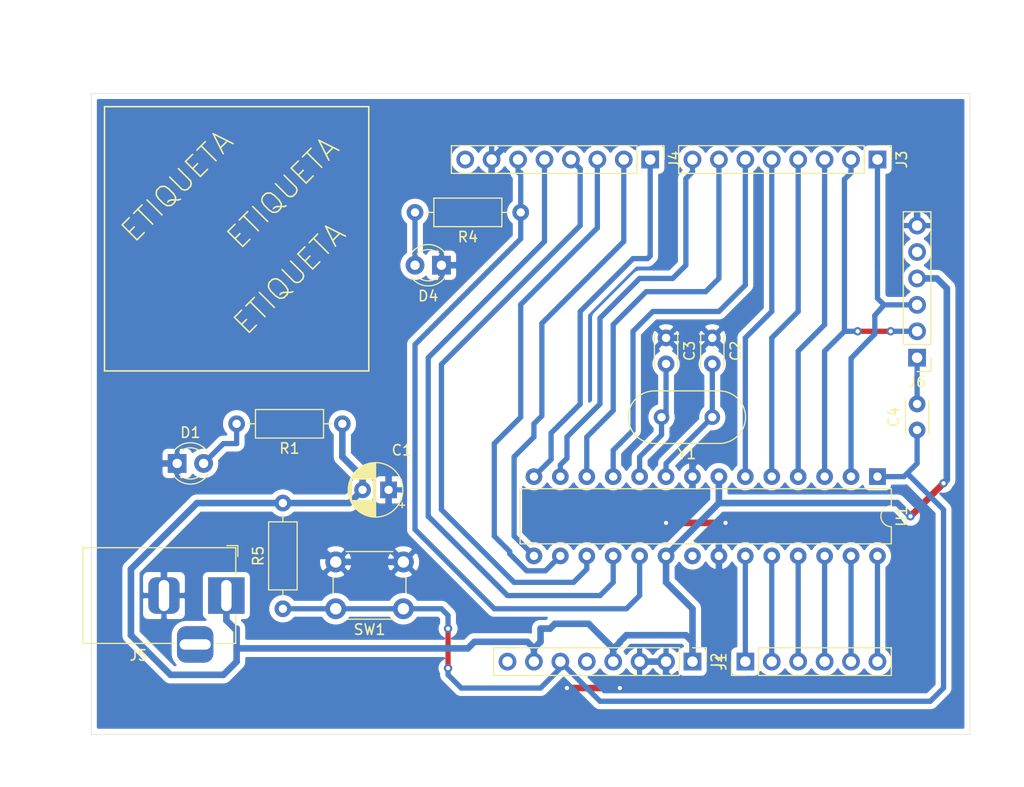
<source format=kicad_pcb>
(kicad_pcb (version 20171130) (host pcbnew 5.1.5-52549c5~84~ubuntu18.04.1)

  (general
    (thickness 1.6)
    (drawings 15)
    (tracks 255)
    (zones 0)
    (modules 18)
    (nets 34)
  )

  (page A4)
  (layers
    (0 F.Cu signal)
    (31 B.Cu signal)
    (32 B.Adhes user)
    (33 F.Adhes user)
    (34 B.Paste user)
    (35 F.Paste user)
    (36 B.SilkS user)
    (37 F.SilkS user)
    (38 B.Mask user)
    (39 F.Mask user)
    (40 Dwgs.User user)
    (41 Cmts.User user)
    (42 Eco1.User user)
    (43 Eco2.User user)
    (44 Edge.Cuts user)
    (45 Margin user)
    (46 B.CrtYd user)
    (47 F.CrtYd user)
    (48 B.Fab user)
    (49 F.Fab user)
  )

  (setup
    (last_trace_width 0.508)
    (trace_clearance 0.381)
    (zone_clearance 0.508)
    (zone_45_only no)
    (trace_min 0.2)
    (via_size 0.8)
    (via_drill 0.4)
    (via_min_size 0.4)
    (via_min_drill 0.3)
    (uvia_size 0.3)
    (uvia_drill 0.1)
    (uvias_allowed no)
    (uvia_min_size 0.2)
    (uvia_min_drill 0.1)
    (edge_width 0.05)
    (segment_width 0.2)
    (pcb_text_width 0.3)
    (pcb_text_size 1.5 1.5)
    (mod_edge_width 0.12)
    (mod_text_size 1 1)
    (mod_text_width 0.15)
    (pad_size 1.524 1.524)
    (pad_drill 0.762)
    (pad_to_mask_clearance 0.051)
    (solder_mask_min_width 0.25)
    (aux_axis_origin 155.575 44.45)
    (visible_elements FFFFFF7F)
    (pcbplotparams
      (layerselection 0x010fc_ffffffff)
      (usegerberextensions false)
      (usegerberattributes false)
      (usegerberadvancedattributes false)
      (creategerberjobfile false)
      (excludeedgelayer true)
      (linewidth 0.100000)
      (plotframeref false)
      (viasonmask false)
      (mode 1)
      (useauxorigin false)
      (hpglpennumber 1)
      (hpglpenspeed 20)
      (hpglpendiameter 15.000000)
      (psnegative false)
      (psa4output false)
      (plotreference true)
      (plotvalue true)
      (plotinvisibletext false)
      (padsonsilk false)
      (subtractmaskfromsilk false)
      (outputformat 1)
      (mirror false)
      (drillshape 1)
      (scaleselection 1)
      (outputdirectory ""))
  )

  (net 0 "")
  (net 1 GND)
  (net 2 VCC)
  (net 3 "Net-(C2-Pad2)")
  (net 4 "Net-(C3-Pad2)")
  (net 5 /fDTR)
  (net 6 "Net-(D1-Pad2)")
  (net 7 /D0_RX)
  (net 8 /D1_TX)
  (net 9 "Net-(D4-Pad2)")
  (net 10 /ADC0)
  (net 11 /ADC1)
  (net 12 /ADC2)
  (net 13 /ADC3)
  (net 14 /ADC4_SDA)
  (net 15 /ADC5_SCL)
  (net 16 /D2_PWM)
  (net 17 /D3)
  (net 18 /D4)
  (net 19 /D5_PWM)
  (net 20 /D6_PWM)
  (net 21 /D7)
  (net 22 /AREF)
  (net 23 /D13)
  (net 24 /D12)
  (net 25 /D11)
  (net 26 /D10)
  (net 27 /D9)
  (net 28 /D8)
  (net 29 /fCTS)
  (net 30 /RESET)
  (net 31 /V33)
  (net 32 "Net-(J2-Pad8)")
  (net 33 "Net-(U1-Pad21)")

  (net_class Default "This is the default net class."
    (clearance 0.381)
    (trace_width 0.508)
    (via_dia 0.8)
    (via_drill 0.4)
    (uvia_dia 0.3)
    (uvia_drill 0.1)
    (add_net /ADC0)
    (add_net /ADC1)
    (add_net /ADC2)
    (add_net /ADC3)
    (add_net /ADC4_SDA)
    (add_net /ADC5_SCL)
    (add_net /AREF)
    (add_net /D0_RX)
    (add_net /D10)
    (add_net /D11)
    (add_net /D12)
    (add_net /D13)
    (add_net /D1_TX)
    (add_net /D2_PWM)
    (add_net /D3)
    (add_net /D4)
    (add_net /D5_PWM)
    (add_net /D6_PWM)
    (add_net /D7)
    (add_net /D8)
    (add_net /D9)
    (add_net /RESET)
    (add_net /V33)
    (add_net /fCTS)
    (add_net /fDTR)
    (add_net "Net-(C2-Pad2)")
    (add_net "Net-(C3-Pad2)")
    (add_net "Net-(D1-Pad2)")
    (add_net "Net-(D4-Pad2)")
    (add_net "Net-(J2-Pad8)")
    (add_net "Net-(U1-Pad21)")
  )

  (net_class PWR ""
    (clearance 0.381)
    (trace_width 0.635)
    (via_dia 0.8)
    (via_drill 0.4)
    (uvia_dia 0.3)
    (uvia_drill 0.1)
    (add_net GND)
    (add_net VCC)
  )

  (module Resistor_THT:R_Axial_DIN0207_L6.3mm_D2.5mm_P10.16mm_Horizontal (layer F.Cu) (tedit 5AE5139B) (tstamp 5E5FDA86)
    (at 196.85 55.88 180)
    (descr "Resistor, Axial_DIN0207 series, Axial, Horizontal, pin pitch=10.16mm, 0.25W = 1/4W, length*diameter=6.3*2.5mm^2, http://cdn-reichelt.de/documents/datenblatt/B400/1_4W%23YAG.pdf")
    (tags "Resistor Axial_DIN0207 series Axial Horizontal pin pitch 10.16mm 0.25W = 1/4W length 6.3mm diameter 2.5mm")
    (path /5E48A9C0)
    (fp_text reference R4 (at 5.08 -2.37) (layer F.SilkS)
      (effects (font (size 1 1) (thickness 0.15)))
    )
    (fp_text value 1k (at 5.08 2.37) (layer F.Fab)
      (effects (font (size 1 1) (thickness 0.15)))
    )
    (fp_line (start 1.93 -1.25) (end 1.93 1.25) (layer F.Fab) (width 0.1))
    (fp_line (start 1.93 1.25) (end 8.23 1.25) (layer F.Fab) (width 0.1))
    (fp_line (start 8.23 1.25) (end 8.23 -1.25) (layer F.Fab) (width 0.1))
    (fp_line (start 8.23 -1.25) (end 1.93 -1.25) (layer F.Fab) (width 0.1))
    (fp_line (start 0 0) (end 1.93 0) (layer F.Fab) (width 0.1))
    (fp_line (start 10.16 0) (end 8.23 0) (layer F.Fab) (width 0.1))
    (fp_line (start 1.81 -1.37) (end 1.81 1.37) (layer F.SilkS) (width 0.12))
    (fp_line (start 1.81 1.37) (end 8.35 1.37) (layer F.SilkS) (width 0.12))
    (fp_line (start 8.35 1.37) (end 8.35 -1.37) (layer F.SilkS) (width 0.12))
    (fp_line (start 8.35 -1.37) (end 1.81 -1.37) (layer F.SilkS) (width 0.12))
    (fp_line (start 1.04 0) (end 1.81 0) (layer F.SilkS) (width 0.12))
    (fp_line (start 9.12 0) (end 8.35 0) (layer F.SilkS) (width 0.12))
    (fp_line (start -1.05 -1.5) (end -1.05 1.5) (layer F.CrtYd) (width 0.05))
    (fp_line (start -1.05 1.5) (end 11.21 1.5) (layer F.CrtYd) (width 0.05))
    (fp_line (start 11.21 1.5) (end 11.21 -1.5) (layer F.CrtYd) (width 0.05))
    (fp_line (start 11.21 -1.5) (end -1.05 -1.5) (layer F.CrtYd) (width 0.05))
    (fp_text user %R (at 5.08 0) (layer F.Fab)
      (effects (font (size 1 1) (thickness 0.15)))
    )
    (pad 1 thru_hole circle (at 0 0 180) (size 1.6 1.6) (drill 0.8) (layers *.Cu *.Mask)
      (net 23 /D13))
    (pad 2 thru_hole oval (at 10.16 0 180) (size 1.6 1.6) (drill 0.8) (layers *.Cu *.Mask)
      (net 9 "Net-(D4-Pad2)"))
    (model ${KISYS3DMOD}/Resistor_THT.3dshapes/R_Axial_DIN0207_L6.3mm_D2.5mm_P10.16mm_Horizontal.wrl
      (at (xyz 0 0 0))
      (scale (xyz 1 1 1))
      (rotate (xyz 0 0 0))
    )
  )

  (module Capacitor_THT:CP_Radial_D5.0mm_P2.50mm (layer F.Cu) (tedit 5AE50EF0) (tstamp 5E618BEF)
    (at 184.15 82.55 180)
    (descr "CP, Radial series, Radial, pin pitch=2.50mm, , diameter=5mm, Electrolytic Capacitor")
    (tags "CP Radial series Radial pin pitch 2.50mm  diameter 5mm Electrolytic Capacitor")
    (path /5E427373)
    (fp_text reference C1 (at -1.27 3.81) (layer F.SilkS)
      (effects (font (size 1 1) (thickness 0.15)))
    )
    (fp_text value C_AVCC (at 1.25 3.75) (layer F.Fab)
      (effects (font (size 1 1) (thickness 0.15)))
    )
    (fp_circle (center 1.25 0) (end 3.75 0) (layer F.Fab) (width 0.1))
    (fp_circle (center 1.25 0) (end 3.87 0) (layer F.SilkS) (width 0.12))
    (fp_circle (center 1.25 0) (end 4 0) (layer F.CrtYd) (width 0.05))
    (fp_line (start -0.883605 -1.0875) (end -0.383605 -1.0875) (layer F.Fab) (width 0.1))
    (fp_line (start -0.633605 -1.3375) (end -0.633605 -0.8375) (layer F.Fab) (width 0.1))
    (fp_line (start 1.25 -2.58) (end 1.25 2.58) (layer F.SilkS) (width 0.12))
    (fp_line (start 1.29 -2.58) (end 1.29 2.58) (layer F.SilkS) (width 0.12))
    (fp_line (start 1.33 -2.579) (end 1.33 2.579) (layer F.SilkS) (width 0.12))
    (fp_line (start 1.37 -2.578) (end 1.37 2.578) (layer F.SilkS) (width 0.12))
    (fp_line (start 1.41 -2.576) (end 1.41 2.576) (layer F.SilkS) (width 0.12))
    (fp_line (start 1.45 -2.573) (end 1.45 2.573) (layer F.SilkS) (width 0.12))
    (fp_line (start 1.49 -2.569) (end 1.49 -1.04) (layer F.SilkS) (width 0.12))
    (fp_line (start 1.49 1.04) (end 1.49 2.569) (layer F.SilkS) (width 0.12))
    (fp_line (start 1.53 -2.565) (end 1.53 -1.04) (layer F.SilkS) (width 0.12))
    (fp_line (start 1.53 1.04) (end 1.53 2.565) (layer F.SilkS) (width 0.12))
    (fp_line (start 1.57 -2.561) (end 1.57 -1.04) (layer F.SilkS) (width 0.12))
    (fp_line (start 1.57 1.04) (end 1.57 2.561) (layer F.SilkS) (width 0.12))
    (fp_line (start 1.61 -2.556) (end 1.61 -1.04) (layer F.SilkS) (width 0.12))
    (fp_line (start 1.61 1.04) (end 1.61 2.556) (layer F.SilkS) (width 0.12))
    (fp_line (start 1.65 -2.55) (end 1.65 -1.04) (layer F.SilkS) (width 0.12))
    (fp_line (start 1.65 1.04) (end 1.65 2.55) (layer F.SilkS) (width 0.12))
    (fp_line (start 1.69 -2.543) (end 1.69 -1.04) (layer F.SilkS) (width 0.12))
    (fp_line (start 1.69 1.04) (end 1.69 2.543) (layer F.SilkS) (width 0.12))
    (fp_line (start 1.73 -2.536) (end 1.73 -1.04) (layer F.SilkS) (width 0.12))
    (fp_line (start 1.73 1.04) (end 1.73 2.536) (layer F.SilkS) (width 0.12))
    (fp_line (start 1.77 -2.528) (end 1.77 -1.04) (layer F.SilkS) (width 0.12))
    (fp_line (start 1.77 1.04) (end 1.77 2.528) (layer F.SilkS) (width 0.12))
    (fp_line (start 1.81 -2.52) (end 1.81 -1.04) (layer F.SilkS) (width 0.12))
    (fp_line (start 1.81 1.04) (end 1.81 2.52) (layer F.SilkS) (width 0.12))
    (fp_line (start 1.85 -2.511) (end 1.85 -1.04) (layer F.SilkS) (width 0.12))
    (fp_line (start 1.85 1.04) (end 1.85 2.511) (layer F.SilkS) (width 0.12))
    (fp_line (start 1.89 -2.501) (end 1.89 -1.04) (layer F.SilkS) (width 0.12))
    (fp_line (start 1.89 1.04) (end 1.89 2.501) (layer F.SilkS) (width 0.12))
    (fp_line (start 1.93 -2.491) (end 1.93 -1.04) (layer F.SilkS) (width 0.12))
    (fp_line (start 1.93 1.04) (end 1.93 2.491) (layer F.SilkS) (width 0.12))
    (fp_line (start 1.971 -2.48) (end 1.971 -1.04) (layer F.SilkS) (width 0.12))
    (fp_line (start 1.971 1.04) (end 1.971 2.48) (layer F.SilkS) (width 0.12))
    (fp_line (start 2.011 -2.468) (end 2.011 -1.04) (layer F.SilkS) (width 0.12))
    (fp_line (start 2.011 1.04) (end 2.011 2.468) (layer F.SilkS) (width 0.12))
    (fp_line (start 2.051 -2.455) (end 2.051 -1.04) (layer F.SilkS) (width 0.12))
    (fp_line (start 2.051 1.04) (end 2.051 2.455) (layer F.SilkS) (width 0.12))
    (fp_line (start 2.091 -2.442) (end 2.091 -1.04) (layer F.SilkS) (width 0.12))
    (fp_line (start 2.091 1.04) (end 2.091 2.442) (layer F.SilkS) (width 0.12))
    (fp_line (start 2.131 -2.428) (end 2.131 -1.04) (layer F.SilkS) (width 0.12))
    (fp_line (start 2.131 1.04) (end 2.131 2.428) (layer F.SilkS) (width 0.12))
    (fp_line (start 2.171 -2.414) (end 2.171 -1.04) (layer F.SilkS) (width 0.12))
    (fp_line (start 2.171 1.04) (end 2.171 2.414) (layer F.SilkS) (width 0.12))
    (fp_line (start 2.211 -2.398) (end 2.211 -1.04) (layer F.SilkS) (width 0.12))
    (fp_line (start 2.211 1.04) (end 2.211 2.398) (layer F.SilkS) (width 0.12))
    (fp_line (start 2.251 -2.382) (end 2.251 -1.04) (layer F.SilkS) (width 0.12))
    (fp_line (start 2.251 1.04) (end 2.251 2.382) (layer F.SilkS) (width 0.12))
    (fp_line (start 2.291 -2.365) (end 2.291 -1.04) (layer F.SilkS) (width 0.12))
    (fp_line (start 2.291 1.04) (end 2.291 2.365) (layer F.SilkS) (width 0.12))
    (fp_line (start 2.331 -2.348) (end 2.331 -1.04) (layer F.SilkS) (width 0.12))
    (fp_line (start 2.331 1.04) (end 2.331 2.348) (layer F.SilkS) (width 0.12))
    (fp_line (start 2.371 -2.329) (end 2.371 -1.04) (layer F.SilkS) (width 0.12))
    (fp_line (start 2.371 1.04) (end 2.371 2.329) (layer F.SilkS) (width 0.12))
    (fp_line (start 2.411 -2.31) (end 2.411 -1.04) (layer F.SilkS) (width 0.12))
    (fp_line (start 2.411 1.04) (end 2.411 2.31) (layer F.SilkS) (width 0.12))
    (fp_line (start 2.451 -2.29) (end 2.451 -1.04) (layer F.SilkS) (width 0.12))
    (fp_line (start 2.451 1.04) (end 2.451 2.29) (layer F.SilkS) (width 0.12))
    (fp_line (start 2.491 -2.268) (end 2.491 -1.04) (layer F.SilkS) (width 0.12))
    (fp_line (start 2.491 1.04) (end 2.491 2.268) (layer F.SilkS) (width 0.12))
    (fp_line (start 2.531 -2.247) (end 2.531 -1.04) (layer F.SilkS) (width 0.12))
    (fp_line (start 2.531 1.04) (end 2.531 2.247) (layer F.SilkS) (width 0.12))
    (fp_line (start 2.571 -2.224) (end 2.571 -1.04) (layer F.SilkS) (width 0.12))
    (fp_line (start 2.571 1.04) (end 2.571 2.224) (layer F.SilkS) (width 0.12))
    (fp_line (start 2.611 -2.2) (end 2.611 -1.04) (layer F.SilkS) (width 0.12))
    (fp_line (start 2.611 1.04) (end 2.611 2.2) (layer F.SilkS) (width 0.12))
    (fp_line (start 2.651 -2.175) (end 2.651 -1.04) (layer F.SilkS) (width 0.12))
    (fp_line (start 2.651 1.04) (end 2.651 2.175) (layer F.SilkS) (width 0.12))
    (fp_line (start 2.691 -2.149) (end 2.691 -1.04) (layer F.SilkS) (width 0.12))
    (fp_line (start 2.691 1.04) (end 2.691 2.149) (layer F.SilkS) (width 0.12))
    (fp_line (start 2.731 -2.122) (end 2.731 -1.04) (layer F.SilkS) (width 0.12))
    (fp_line (start 2.731 1.04) (end 2.731 2.122) (layer F.SilkS) (width 0.12))
    (fp_line (start 2.771 -2.095) (end 2.771 -1.04) (layer F.SilkS) (width 0.12))
    (fp_line (start 2.771 1.04) (end 2.771 2.095) (layer F.SilkS) (width 0.12))
    (fp_line (start 2.811 -2.065) (end 2.811 -1.04) (layer F.SilkS) (width 0.12))
    (fp_line (start 2.811 1.04) (end 2.811 2.065) (layer F.SilkS) (width 0.12))
    (fp_line (start 2.851 -2.035) (end 2.851 -1.04) (layer F.SilkS) (width 0.12))
    (fp_line (start 2.851 1.04) (end 2.851 2.035) (layer F.SilkS) (width 0.12))
    (fp_line (start 2.891 -2.004) (end 2.891 -1.04) (layer F.SilkS) (width 0.12))
    (fp_line (start 2.891 1.04) (end 2.891 2.004) (layer F.SilkS) (width 0.12))
    (fp_line (start 2.931 -1.971) (end 2.931 -1.04) (layer F.SilkS) (width 0.12))
    (fp_line (start 2.931 1.04) (end 2.931 1.971) (layer F.SilkS) (width 0.12))
    (fp_line (start 2.971 -1.937) (end 2.971 -1.04) (layer F.SilkS) (width 0.12))
    (fp_line (start 2.971 1.04) (end 2.971 1.937) (layer F.SilkS) (width 0.12))
    (fp_line (start 3.011 -1.901) (end 3.011 -1.04) (layer F.SilkS) (width 0.12))
    (fp_line (start 3.011 1.04) (end 3.011 1.901) (layer F.SilkS) (width 0.12))
    (fp_line (start 3.051 -1.864) (end 3.051 -1.04) (layer F.SilkS) (width 0.12))
    (fp_line (start 3.051 1.04) (end 3.051 1.864) (layer F.SilkS) (width 0.12))
    (fp_line (start 3.091 -1.826) (end 3.091 -1.04) (layer F.SilkS) (width 0.12))
    (fp_line (start 3.091 1.04) (end 3.091 1.826) (layer F.SilkS) (width 0.12))
    (fp_line (start 3.131 -1.785) (end 3.131 -1.04) (layer F.SilkS) (width 0.12))
    (fp_line (start 3.131 1.04) (end 3.131 1.785) (layer F.SilkS) (width 0.12))
    (fp_line (start 3.171 -1.743) (end 3.171 -1.04) (layer F.SilkS) (width 0.12))
    (fp_line (start 3.171 1.04) (end 3.171 1.743) (layer F.SilkS) (width 0.12))
    (fp_line (start 3.211 -1.699) (end 3.211 -1.04) (layer F.SilkS) (width 0.12))
    (fp_line (start 3.211 1.04) (end 3.211 1.699) (layer F.SilkS) (width 0.12))
    (fp_line (start 3.251 -1.653) (end 3.251 -1.04) (layer F.SilkS) (width 0.12))
    (fp_line (start 3.251 1.04) (end 3.251 1.653) (layer F.SilkS) (width 0.12))
    (fp_line (start 3.291 -1.605) (end 3.291 -1.04) (layer F.SilkS) (width 0.12))
    (fp_line (start 3.291 1.04) (end 3.291 1.605) (layer F.SilkS) (width 0.12))
    (fp_line (start 3.331 -1.554) (end 3.331 -1.04) (layer F.SilkS) (width 0.12))
    (fp_line (start 3.331 1.04) (end 3.331 1.554) (layer F.SilkS) (width 0.12))
    (fp_line (start 3.371 -1.5) (end 3.371 -1.04) (layer F.SilkS) (width 0.12))
    (fp_line (start 3.371 1.04) (end 3.371 1.5) (layer F.SilkS) (width 0.12))
    (fp_line (start 3.411 -1.443) (end 3.411 -1.04) (layer F.SilkS) (width 0.12))
    (fp_line (start 3.411 1.04) (end 3.411 1.443) (layer F.SilkS) (width 0.12))
    (fp_line (start 3.451 -1.383) (end 3.451 -1.04) (layer F.SilkS) (width 0.12))
    (fp_line (start 3.451 1.04) (end 3.451 1.383) (layer F.SilkS) (width 0.12))
    (fp_line (start 3.491 -1.319) (end 3.491 -1.04) (layer F.SilkS) (width 0.12))
    (fp_line (start 3.491 1.04) (end 3.491 1.319) (layer F.SilkS) (width 0.12))
    (fp_line (start 3.531 -1.251) (end 3.531 -1.04) (layer F.SilkS) (width 0.12))
    (fp_line (start 3.531 1.04) (end 3.531 1.251) (layer F.SilkS) (width 0.12))
    (fp_line (start 3.571 -1.178) (end 3.571 1.178) (layer F.SilkS) (width 0.12))
    (fp_line (start 3.611 -1.098) (end 3.611 1.098) (layer F.SilkS) (width 0.12))
    (fp_line (start 3.651 -1.011) (end 3.651 1.011) (layer F.SilkS) (width 0.12))
    (fp_line (start 3.691 -0.915) (end 3.691 0.915) (layer F.SilkS) (width 0.12))
    (fp_line (start 3.731 -0.805) (end 3.731 0.805) (layer F.SilkS) (width 0.12))
    (fp_line (start 3.771 -0.677) (end 3.771 0.677) (layer F.SilkS) (width 0.12))
    (fp_line (start 3.811 -0.518) (end 3.811 0.518) (layer F.SilkS) (width 0.12))
    (fp_line (start 3.851 -0.284) (end 3.851 0.284) (layer F.SilkS) (width 0.12))
    (fp_line (start -1.554775 -1.475) (end -1.054775 -1.475) (layer F.SilkS) (width 0.12))
    (fp_line (start -1.304775 -1.725) (end -1.304775 -1.225) (layer F.SilkS) (width 0.12))
    (fp_text user %R (at 1.25 0) (layer F.Fab)
      (effects (font (size 1 1) (thickness 0.15)))
    )
    (pad 1 thru_hole rect (at 0 0 180) (size 1.6 1.6) (drill 0.8) (layers *.Cu *.Mask)
      (net 1 GND))
    (pad 2 thru_hole circle (at 2.5 0 180) (size 1.6 1.6) (drill 0.8) (layers *.Cu *.Mask)
      (net 2 VCC))
    (model ${KISYS3DMOD}/Capacitor_THT.3dshapes/CP_Radial_D5.0mm_P2.50mm.wrl
      (at (xyz 0 0 0))
      (scale (xyz 1 1 1))
      (rotate (xyz 0 0 0))
    )
  )

  (module Capacitor_THT:C_Disc_D3.0mm_W2.0mm_P2.50mm (layer F.Cu) (tedit 5AE50EF0) (tstamp 5E59EAE9)
    (at 215.265 67.945 270)
    (descr "C, Disc series, Radial, pin pitch=2.50mm, , diameter*width=3*2mm^2, Capacitor")
    (tags "C Disc series Radial pin pitch 2.50mm  diameter 3mm width 2mm Capacitor")
    (path /5E41EDDF)
    (fp_text reference C2 (at 1.25 -2.25 90) (layer F.SilkS)
      (effects (font (size 1 1) (thickness 0.15)))
    )
    (fp_text value C (at 1.25 2.25 90) (layer F.Fab)
      (effects (font (size 1 1) (thickness 0.15)))
    )
    (fp_line (start -0.25 -1) (end -0.25 1) (layer F.Fab) (width 0.1))
    (fp_line (start -0.25 1) (end 2.75 1) (layer F.Fab) (width 0.1))
    (fp_line (start 2.75 1) (end 2.75 -1) (layer F.Fab) (width 0.1))
    (fp_line (start 2.75 -1) (end -0.25 -1) (layer F.Fab) (width 0.1))
    (fp_line (start -0.37 -1.12) (end 2.87 -1.12) (layer F.SilkS) (width 0.12))
    (fp_line (start -0.37 1.12) (end 2.87 1.12) (layer F.SilkS) (width 0.12))
    (fp_line (start -0.37 -1.12) (end -0.37 -1.055) (layer F.SilkS) (width 0.12))
    (fp_line (start -0.37 1.055) (end -0.37 1.12) (layer F.SilkS) (width 0.12))
    (fp_line (start 2.87 -1.12) (end 2.87 -1.055) (layer F.SilkS) (width 0.12))
    (fp_line (start 2.87 1.055) (end 2.87 1.12) (layer F.SilkS) (width 0.12))
    (fp_line (start -1.05 -1.25) (end -1.05 1.25) (layer F.CrtYd) (width 0.05))
    (fp_line (start -1.05 1.25) (end 3.55 1.25) (layer F.CrtYd) (width 0.05))
    (fp_line (start 3.55 1.25) (end 3.55 -1.25) (layer F.CrtYd) (width 0.05))
    (fp_line (start 3.55 -1.25) (end -1.05 -1.25) (layer F.CrtYd) (width 0.05))
    (fp_text user %R (at 1.25 0 90) (layer F.Fab)
      (effects (font (size 0.6 0.6) (thickness 0.09)))
    )
    (pad 1 thru_hole circle (at 0 0 270) (size 1.6 1.6) (drill 0.8) (layers *.Cu *.Mask)
      (net 1 GND))
    (pad 2 thru_hole circle (at 2.5 0 270) (size 1.6 1.6) (drill 0.8) (layers *.Cu *.Mask)
      (net 3 "Net-(C2-Pad2)"))
    (model ${KISYS3DMOD}/Capacitor_THT.3dshapes/C_Disc_D3.0mm_W2.0mm_P2.50mm.wrl
      (at (xyz 0 0 0))
      (scale (xyz 1 1 1))
      (rotate (xyz 0 0 0))
    )
  )

  (module Capacitor_THT:C_Disc_D3.0mm_W2.0mm_P2.50mm (layer F.Cu) (tedit 5AE50EF0) (tstamp 5E59EAFE)
    (at 210.82 67.945 270)
    (descr "C, Disc series, Radial, pin pitch=2.50mm, , diameter*width=3*2mm^2, Capacitor")
    (tags "C Disc series Radial pin pitch 2.50mm  diameter 3mm width 2mm Capacitor")
    (path /5E41F12C)
    (fp_text reference C3 (at 1.25 -2.25 90) (layer F.SilkS)
      (effects (font (size 1 1) (thickness 0.15)))
    )
    (fp_text value C (at 1.25 2.25 90) (layer F.Fab)
      (effects (font (size 1 1) (thickness 0.15)))
    )
    (fp_text user %R (at 1.25 0 90) (layer F.Fab)
      (effects (font (size 0.6 0.6) (thickness 0.09)))
    )
    (fp_line (start 3.55 -1.25) (end -1.05 -1.25) (layer F.CrtYd) (width 0.05))
    (fp_line (start 3.55 1.25) (end 3.55 -1.25) (layer F.CrtYd) (width 0.05))
    (fp_line (start -1.05 1.25) (end 3.55 1.25) (layer F.CrtYd) (width 0.05))
    (fp_line (start -1.05 -1.25) (end -1.05 1.25) (layer F.CrtYd) (width 0.05))
    (fp_line (start 2.87 1.055) (end 2.87 1.12) (layer F.SilkS) (width 0.12))
    (fp_line (start 2.87 -1.12) (end 2.87 -1.055) (layer F.SilkS) (width 0.12))
    (fp_line (start -0.37 1.055) (end -0.37 1.12) (layer F.SilkS) (width 0.12))
    (fp_line (start -0.37 -1.12) (end -0.37 -1.055) (layer F.SilkS) (width 0.12))
    (fp_line (start -0.37 1.12) (end 2.87 1.12) (layer F.SilkS) (width 0.12))
    (fp_line (start -0.37 -1.12) (end 2.87 -1.12) (layer F.SilkS) (width 0.12))
    (fp_line (start 2.75 -1) (end -0.25 -1) (layer F.Fab) (width 0.1))
    (fp_line (start 2.75 1) (end 2.75 -1) (layer F.Fab) (width 0.1))
    (fp_line (start -0.25 1) (end 2.75 1) (layer F.Fab) (width 0.1))
    (fp_line (start -0.25 -1) (end -0.25 1) (layer F.Fab) (width 0.1))
    (pad 2 thru_hole circle (at 2.5 0 270) (size 1.6 1.6) (drill 0.8) (layers *.Cu *.Mask)
      (net 4 "Net-(C3-Pad2)"))
    (pad 1 thru_hole circle (at 0 0 270) (size 1.6 1.6) (drill 0.8) (layers *.Cu *.Mask)
      (net 1 GND))
    (model ${KISYS3DMOD}/Capacitor_THT.3dshapes/C_Disc_D3.0mm_W2.0mm_P2.50mm.wrl
      (at (xyz 0 0 0))
      (scale (xyz 1 1 1))
      (rotate (xyz 0 0 0))
    )
  )

  (module Capacitor_THT:C_Disc_D3.0mm_W2.0mm_P2.50mm (layer F.Cu) (tedit 5AE50EF0) (tstamp 5E59EB13)
    (at 234.95 76.795 90)
    (descr "C, Disc series, Radial, pin pitch=2.50mm, , diameter*width=3*2mm^2, Capacitor")
    (tags "C Disc series Radial pin pitch 2.50mm  diameter 3mm width 2mm Capacitor")
    (path /5E46EB53)
    (fp_text reference C4 (at 1.25 -2.25 90) (layer F.SilkS)
      (effects (font (size 1 1) (thickness 0.15)))
    )
    (fp_text value 100nF (at 1.25 2.25 90) (layer F.Fab)
      (effects (font (size 1 1) (thickness 0.15)))
    )
    (fp_line (start -0.25 -1) (end -0.25 1) (layer F.Fab) (width 0.1))
    (fp_line (start -0.25 1) (end 2.75 1) (layer F.Fab) (width 0.1))
    (fp_line (start 2.75 1) (end 2.75 -1) (layer F.Fab) (width 0.1))
    (fp_line (start 2.75 -1) (end -0.25 -1) (layer F.Fab) (width 0.1))
    (fp_line (start -0.37 -1.12) (end 2.87 -1.12) (layer F.SilkS) (width 0.12))
    (fp_line (start -0.37 1.12) (end 2.87 1.12) (layer F.SilkS) (width 0.12))
    (fp_line (start -0.37 -1.12) (end -0.37 -1.055) (layer F.SilkS) (width 0.12))
    (fp_line (start -0.37 1.055) (end -0.37 1.12) (layer F.SilkS) (width 0.12))
    (fp_line (start 2.87 -1.12) (end 2.87 -1.055) (layer F.SilkS) (width 0.12))
    (fp_line (start 2.87 1.055) (end 2.87 1.12) (layer F.SilkS) (width 0.12))
    (fp_line (start -1.05 -1.25) (end -1.05 1.25) (layer F.CrtYd) (width 0.05))
    (fp_line (start -1.05 1.25) (end 3.55 1.25) (layer F.CrtYd) (width 0.05))
    (fp_line (start 3.55 1.25) (end 3.55 -1.25) (layer F.CrtYd) (width 0.05))
    (fp_line (start 3.55 -1.25) (end -1.05 -1.25) (layer F.CrtYd) (width 0.05))
    (fp_text user %R (at 1.25 0 90) (layer F.Fab)
      (effects (font (size 0.6 0.6) (thickness 0.09)))
    )
    (pad 1 thru_hole circle (at 0 0 90) (size 1.6 1.6) (drill 0.8) (layers *.Cu *.Mask)
      (net 30 /RESET))
    (pad 2 thru_hole circle (at 2.5 0 90) (size 1.6 1.6) (drill 0.8) (layers *.Cu *.Mask)
      (net 5 /fDTR))
    (model ${KISYS3DMOD}/Capacitor_THT.3dshapes/C_Disc_D3.0mm_W2.0mm_P2.50mm.wrl
      (at (xyz 0 0 0))
      (scale (xyz 1 1 1))
      (rotate (xyz 0 0 0))
    )
  )

  (module LED_THT:LED_D3.0mm (layer F.Cu) (tedit 587A3A7B) (tstamp 5E59EB26)
    (at 163.83 80.01)
    (descr "LED, diameter 3.0mm, 2 pins")
    (tags "LED diameter 3.0mm 2 pins")
    (path /5E483619)
    (fp_text reference D1 (at 1.27 -2.96) (layer F.SilkS)
      (effects (font (size 1 1) (thickness 0.15)))
    )
    (fp_text value L_PWR (at 1.27 2.96) (layer F.Fab)
      (effects (font (size 1 1) (thickness 0.15)))
    )
    (fp_line (start 3.7 -2.25) (end -1.15 -2.25) (layer F.CrtYd) (width 0.05))
    (fp_line (start 3.7 2.25) (end 3.7 -2.25) (layer F.CrtYd) (width 0.05))
    (fp_line (start -1.15 2.25) (end 3.7 2.25) (layer F.CrtYd) (width 0.05))
    (fp_line (start -1.15 -2.25) (end -1.15 2.25) (layer F.CrtYd) (width 0.05))
    (fp_line (start -0.29 1.08) (end -0.29 1.236) (layer F.SilkS) (width 0.12))
    (fp_line (start -0.29 -1.236) (end -0.29 -1.08) (layer F.SilkS) (width 0.12))
    (fp_line (start -0.23 -1.16619) (end -0.23 1.16619) (layer F.Fab) (width 0.1))
    (fp_circle (center 1.27 0) (end 2.77 0) (layer F.Fab) (width 0.1))
    (fp_arc (start 1.27 0) (end 0.229039 1.08) (angle -87.9) (layer F.SilkS) (width 0.12))
    (fp_arc (start 1.27 0) (end 0.229039 -1.08) (angle 87.9) (layer F.SilkS) (width 0.12))
    (fp_arc (start 1.27 0) (end -0.29 1.235516) (angle -108.8) (layer F.SilkS) (width 0.12))
    (fp_arc (start 1.27 0) (end -0.29 -1.235516) (angle 108.8) (layer F.SilkS) (width 0.12))
    (fp_arc (start 1.27 0) (end -0.23 -1.16619) (angle 284.3) (layer F.Fab) (width 0.1))
    (pad 2 thru_hole circle (at 2.54 0) (size 1.8 1.8) (drill 0.9) (layers *.Cu *.Mask)
      (net 6 "Net-(D1-Pad2)"))
    (pad 1 thru_hole rect (at 0 0) (size 1.8 1.8) (drill 0.9) (layers *.Cu *.Mask)
      (net 1 GND))
    (model ${KISYS3DMOD}/LED_THT.3dshapes/LED_D3.0mm.wrl
      (at (xyz 0 0 0))
      (scale (xyz 1 1 1))
      (rotate (xyz 0 0 0))
    )
  )

  (module LED_THT:LED_D3.0mm (layer F.Cu) (tedit 587A3A7B) (tstamp 5E59EB5F)
    (at 189.23 60.96 180)
    (descr "LED, diameter 3.0mm, 2 pins")
    (tags "LED diameter 3.0mm 2 pins")
    (path /5E484570)
    (fp_text reference D4 (at 1.27 -2.96) (layer F.SilkS)
      (effects (font (size 1 1) (thickness 0.15)))
    )
    (fp_text value L_13 (at 1.27 2.96) (layer F.Fab)
      (effects (font (size 1 1) (thickness 0.15)))
    )
    (fp_arc (start 1.27 0) (end -0.23 -1.16619) (angle 284.3) (layer F.Fab) (width 0.1))
    (fp_arc (start 1.27 0) (end -0.29 -1.235516) (angle 108.8) (layer F.SilkS) (width 0.12))
    (fp_arc (start 1.27 0) (end -0.29 1.235516) (angle -108.8) (layer F.SilkS) (width 0.12))
    (fp_arc (start 1.27 0) (end 0.229039 -1.08) (angle 87.9) (layer F.SilkS) (width 0.12))
    (fp_arc (start 1.27 0) (end 0.229039 1.08) (angle -87.9) (layer F.SilkS) (width 0.12))
    (fp_circle (center 1.27 0) (end 2.77 0) (layer F.Fab) (width 0.1))
    (fp_line (start -0.23 -1.16619) (end -0.23 1.16619) (layer F.Fab) (width 0.1))
    (fp_line (start -0.29 -1.236) (end -0.29 -1.08) (layer F.SilkS) (width 0.12))
    (fp_line (start -0.29 1.08) (end -0.29 1.236) (layer F.SilkS) (width 0.12))
    (fp_line (start -1.15 -2.25) (end -1.15 2.25) (layer F.CrtYd) (width 0.05))
    (fp_line (start -1.15 2.25) (end 3.7 2.25) (layer F.CrtYd) (width 0.05))
    (fp_line (start 3.7 2.25) (end 3.7 -2.25) (layer F.CrtYd) (width 0.05))
    (fp_line (start 3.7 -2.25) (end -1.15 -2.25) (layer F.CrtYd) (width 0.05))
    (pad 1 thru_hole rect (at 0 0 180) (size 1.8 1.8) (drill 0.9) (layers *.Cu *.Mask)
      (net 1 GND))
    (pad 2 thru_hole circle (at 2.54 0 180) (size 1.8 1.8) (drill 0.9) (layers *.Cu *.Mask)
      (net 9 "Net-(D4-Pad2)"))
    (model ${KISYS3DMOD}/LED_THT.3dshapes/LED_D3.0mm.wrl
      (at (xyz 0 0 0))
      (scale (xyz 1 1 1))
      (rotate (xyz 0 0 0))
    )
  )

  (module Connector_PinHeader_2.54mm:PinHeader_1x06_P2.54mm_Vertical (layer F.Cu) (tedit 59FED5CC) (tstamp 5E5A03DC)
    (at 218.44 99.06 90)
    (descr "Through hole straight pin header, 1x06, 2.54mm pitch, single row")
    (tags "Through hole pin header THT 1x06 2.54mm single row")
    (path /5E44DB2F)
    (fp_text reference J1 (at 0 -2.33 90) (layer F.SilkS)
      (effects (font (size 1 1) (thickness 0.15)))
    )
    (fp_text value CONN_ANAL (at -3.175 6.985 180) (layer F.Fab)
      (effects (font (size 1 1) (thickness 0.15)))
    )
    (fp_line (start -0.635 -1.27) (end 1.27 -1.27) (layer F.Fab) (width 0.1))
    (fp_line (start 1.27 -1.27) (end 1.27 13.97) (layer F.Fab) (width 0.1))
    (fp_line (start 1.27 13.97) (end -1.27 13.97) (layer F.Fab) (width 0.1))
    (fp_line (start -1.27 13.97) (end -1.27 -0.635) (layer F.Fab) (width 0.1))
    (fp_line (start -1.27 -0.635) (end -0.635 -1.27) (layer F.Fab) (width 0.1))
    (fp_line (start -1.33 14.03) (end 1.33 14.03) (layer F.SilkS) (width 0.12))
    (fp_line (start -1.33 1.27) (end -1.33 14.03) (layer F.SilkS) (width 0.12))
    (fp_line (start 1.33 1.27) (end 1.33 14.03) (layer F.SilkS) (width 0.12))
    (fp_line (start -1.33 1.27) (end 1.33 1.27) (layer F.SilkS) (width 0.12))
    (fp_line (start -1.33 0) (end -1.33 -1.33) (layer F.SilkS) (width 0.12))
    (fp_line (start -1.33 -1.33) (end 0 -1.33) (layer F.SilkS) (width 0.12))
    (fp_line (start -1.8 -1.8) (end -1.8 14.5) (layer F.CrtYd) (width 0.05))
    (fp_line (start -1.8 14.5) (end 1.8 14.5) (layer F.CrtYd) (width 0.05))
    (fp_line (start 1.8 14.5) (end 1.8 -1.8) (layer F.CrtYd) (width 0.05))
    (fp_line (start 1.8 -1.8) (end -1.8 -1.8) (layer F.CrtYd) (width 0.05))
    (fp_text user %R (at 0 6.35) (layer F.Fab)
      (effects (font (size 1 1) (thickness 0.15)))
    )
    (pad 1 thru_hole rect (at 0 0 90) (size 1.7 1.7) (drill 1) (layers *.Cu *.Mask)
      (net 10 /ADC0))
    (pad 2 thru_hole oval (at 0 2.54 90) (size 1.7 1.7) (drill 1) (layers *.Cu *.Mask)
      (net 11 /ADC1))
    (pad 3 thru_hole oval (at 0 5.08 90) (size 1.7 1.7) (drill 1) (layers *.Cu *.Mask)
      (net 12 /ADC2))
    (pad 4 thru_hole oval (at 0 7.62 90) (size 1.7 1.7) (drill 1) (layers *.Cu *.Mask)
      (net 13 /ADC3))
    (pad 5 thru_hole oval (at 0 10.16 90) (size 1.7 1.7) (drill 1) (layers *.Cu *.Mask)
      (net 14 /ADC4_SDA))
    (pad 6 thru_hole oval (at 0 12.7 90) (size 1.7 1.7) (drill 1) (layers *.Cu *.Mask)
      (net 15 /ADC5_SCL))
    (model ${KISYS3DMOD}/Connector_PinHeader_2.54mm.3dshapes/PinHeader_1x06_P2.54mm_Vertical.wrl
      (at (xyz 0 0 0))
      (scale (xyz 1 1 1))
      (rotate (xyz 0 0 0))
    )
  )

  (module Connector_PinHeader_2.54mm:PinHeader_1x08_P2.54mm_Vertical (layer F.Cu) (tedit 59FED5CC) (tstamp 5E599E42)
    (at 231.14 50.8 270)
    (descr "Through hole straight pin header, 1x08, 2.54mm pitch, single row")
    (tags "Through hole pin header THT 1x08 2.54mm single row")
    (path /5E42AF78)
    (fp_text reference J3 (at 0 -2.33 90) (layer F.SilkS)
      (effects (font (size 1 1) (thickness 0.15)))
    )
    (fp_text value CONN_D0_7 (at 0 20.11 90) (layer F.Fab)
      (effects (font (size 1 1) (thickness 0.15)))
    )
    (fp_line (start -0.635 -1.27) (end 1.27 -1.27) (layer F.Fab) (width 0.1))
    (fp_line (start 1.27 -1.27) (end 1.27 19.05) (layer F.Fab) (width 0.1))
    (fp_line (start 1.27 19.05) (end -1.27 19.05) (layer F.Fab) (width 0.1))
    (fp_line (start -1.27 19.05) (end -1.27 -0.635) (layer F.Fab) (width 0.1))
    (fp_line (start -1.27 -0.635) (end -0.635 -1.27) (layer F.Fab) (width 0.1))
    (fp_line (start -1.33 19.11) (end 1.33 19.11) (layer F.SilkS) (width 0.12))
    (fp_line (start -1.33 1.27) (end -1.33 19.11) (layer F.SilkS) (width 0.12))
    (fp_line (start 1.33 1.27) (end 1.33 19.11) (layer F.SilkS) (width 0.12))
    (fp_line (start -1.33 1.27) (end 1.33 1.27) (layer F.SilkS) (width 0.12))
    (fp_line (start -1.33 0) (end -1.33 -1.33) (layer F.SilkS) (width 0.12))
    (fp_line (start -1.33 -1.33) (end 0 -1.33) (layer F.SilkS) (width 0.12))
    (fp_line (start -1.8 -1.8) (end -1.8 19.55) (layer F.CrtYd) (width 0.05))
    (fp_line (start -1.8 19.55) (end 1.8 19.55) (layer F.CrtYd) (width 0.05))
    (fp_line (start 1.8 19.55) (end 1.8 -1.8) (layer F.CrtYd) (width 0.05))
    (fp_line (start 1.8 -1.8) (end -1.8 -1.8) (layer F.CrtYd) (width 0.05))
    (fp_text user %R (at 0 8.89) (layer F.Fab)
      (effects (font (size 1 1) (thickness 0.15)))
    )
    (pad 1 thru_hole rect (at 0 0 270) (size 1.7 1.7) (drill 1) (layers *.Cu *.Mask)
      (net 7 /D0_RX))
    (pad 2 thru_hole oval (at 0 2.54 270) (size 1.7 1.7) (drill 1) (layers *.Cu *.Mask)
      (net 8 /D1_TX))
    (pad 3 thru_hole oval (at 0 5.08 270) (size 1.7 1.7) (drill 1) (layers *.Cu *.Mask)
      (net 16 /D2_PWM))
    (pad 4 thru_hole oval (at 0 7.62 270) (size 1.7 1.7) (drill 1) (layers *.Cu *.Mask)
      (net 17 /D3))
    (pad 5 thru_hole oval (at 0 10.16 270) (size 1.7 1.7) (drill 1) (layers *.Cu *.Mask)
      (net 18 /D4))
    (pad 6 thru_hole oval (at 0 12.7 270) (size 1.7 1.7) (drill 1) (layers *.Cu *.Mask)
      (net 19 /D5_PWM))
    (pad 7 thru_hole oval (at 0 15.24 270) (size 1.7 1.7) (drill 1) (layers *.Cu *.Mask)
      (net 20 /D6_PWM))
    (pad 8 thru_hole oval (at 0 17.78 270) (size 1.7 1.7) (drill 1) (layers *.Cu *.Mask)
      (net 21 /D7))
    (model ${KISYS3DMOD}/Connector_PinHeader_2.54mm.3dshapes/PinHeader_1x08_P2.54mm_Vertical.wrl
      (at (xyz 0 0 0))
      (scale (xyz 1 1 1))
      (rotate (xyz 0 0 0))
    )
  )

  (module Connector_PinHeader_2.54mm:PinHeader_1x08_P2.54mm_Vertical (layer F.Cu) (tedit 59FED5CC) (tstamp 5E599FB9)
    (at 209.296 50.8 270)
    (descr "Through hole straight pin header, 1x08, 2.54mm pitch, single row")
    (tags "Through hole pin header THT 1x08 2.54mm single row")
    (path /5E447801)
    (fp_text reference J4 (at 0 -2.33 90) (layer F.SilkS)
      (effects (font (size 1 1) (thickness 0.15)))
    )
    (fp_text value CONN_D8_13 (at 0 20.11 90) (layer F.Fab)
      (effects (font (size 1 1) (thickness 0.15)))
    )
    (fp_text user %R (at 0 8.89) (layer F.Fab)
      (effects (font (size 1 1) (thickness 0.15)))
    )
    (fp_line (start 1.8 -1.8) (end -1.8 -1.8) (layer F.CrtYd) (width 0.05))
    (fp_line (start 1.8 19.55) (end 1.8 -1.8) (layer F.CrtYd) (width 0.05))
    (fp_line (start -1.8 19.55) (end 1.8 19.55) (layer F.CrtYd) (width 0.05))
    (fp_line (start -1.8 -1.8) (end -1.8 19.55) (layer F.CrtYd) (width 0.05))
    (fp_line (start -1.33 -1.33) (end 0 -1.33) (layer F.SilkS) (width 0.12))
    (fp_line (start -1.33 0) (end -1.33 -1.33) (layer F.SilkS) (width 0.12))
    (fp_line (start -1.33 1.27) (end 1.33 1.27) (layer F.SilkS) (width 0.12))
    (fp_line (start 1.33 1.27) (end 1.33 19.11) (layer F.SilkS) (width 0.12))
    (fp_line (start -1.33 1.27) (end -1.33 19.11) (layer F.SilkS) (width 0.12))
    (fp_line (start -1.33 19.11) (end 1.33 19.11) (layer F.SilkS) (width 0.12))
    (fp_line (start -1.27 -0.635) (end -0.635 -1.27) (layer F.Fab) (width 0.1))
    (fp_line (start -1.27 19.05) (end -1.27 -0.635) (layer F.Fab) (width 0.1))
    (fp_line (start 1.27 19.05) (end -1.27 19.05) (layer F.Fab) (width 0.1))
    (fp_line (start 1.27 -1.27) (end 1.27 19.05) (layer F.Fab) (width 0.1))
    (fp_line (start -0.635 -1.27) (end 1.27 -1.27) (layer F.Fab) (width 0.1))
    (pad 8 thru_hole oval (at 0 17.78 270) (size 1.7 1.7) (drill 1) (layers *.Cu *.Mask)
      (net 22 /AREF))
    (pad 7 thru_hole oval (at 0 15.24 270) (size 1.7 1.7) (drill 1) (layers *.Cu *.Mask)
      (net 1 GND))
    (pad 6 thru_hole oval (at 0 12.7 270) (size 1.7 1.7) (drill 1) (layers *.Cu *.Mask)
      (net 23 /D13))
    (pad 5 thru_hole oval (at 0 10.16 270) (size 1.7 1.7) (drill 1) (layers *.Cu *.Mask)
      (net 24 /D12))
    (pad 4 thru_hole oval (at 0 7.62 270) (size 1.7 1.7) (drill 1) (layers *.Cu *.Mask)
      (net 25 /D11))
    (pad 3 thru_hole oval (at 0 5.08 270) (size 1.7 1.7) (drill 1) (layers *.Cu *.Mask)
      (net 26 /D10))
    (pad 2 thru_hole oval (at 0 2.54 270) (size 1.7 1.7) (drill 1) (layers *.Cu *.Mask)
      (net 27 /D9))
    (pad 1 thru_hole rect (at 0 0 270) (size 1.7 1.7) (drill 1) (layers *.Cu *.Mask)
      (net 28 /D8))
    (model ${KISYS3DMOD}/Connector_PinHeader_2.54mm.3dshapes/PinHeader_1x08_P2.54mm_Vertical.wrl
      (at (xyz 0 0 0))
      (scale (xyz 1 1 1))
      (rotate (xyz 0 0 0))
    )
  )

  (module Connector_PinHeader_2.54mm:PinHeader_1x06_P2.54mm_Vertical (layer F.Cu) (tedit 59FED5CC) (tstamp 5E59FEA2)
    (at 234.95 69.85 180)
    (descr "Through hole straight pin header, 1x06, 2.54mm pitch, single row")
    (tags "Through hole pin header THT 1x06 2.54mm single row")
    (path /5E4213D8)
    (fp_text reference J6 (at 0 -2.33) (layer F.SilkS)
      (effects (font (size 1 1) (thickness 0.15)))
    )
    (fp_text value ConnFTDI (at 0 15.03) (layer F.Fab)
      (effects (font (size 1 1) (thickness 0.15)))
    )
    (fp_text user %R (at 0 6.35 90) (layer F.Fab)
      (effects (font (size 1 1) (thickness 0.15)))
    )
    (fp_line (start 1.8 -1.8) (end -1.8 -1.8) (layer F.CrtYd) (width 0.05))
    (fp_line (start 1.8 14.5) (end 1.8 -1.8) (layer F.CrtYd) (width 0.05))
    (fp_line (start -1.8 14.5) (end 1.8 14.5) (layer F.CrtYd) (width 0.05))
    (fp_line (start -1.8 -1.8) (end -1.8 14.5) (layer F.CrtYd) (width 0.05))
    (fp_line (start -1.33 -1.33) (end 0 -1.33) (layer F.SilkS) (width 0.12))
    (fp_line (start -1.33 0) (end -1.33 -1.33) (layer F.SilkS) (width 0.12))
    (fp_line (start -1.33 1.27) (end 1.33 1.27) (layer F.SilkS) (width 0.12))
    (fp_line (start 1.33 1.27) (end 1.33 14.03) (layer F.SilkS) (width 0.12))
    (fp_line (start -1.33 1.27) (end -1.33 14.03) (layer F.SilkS) (width 0.12))
    (fp_line (start -1.33 14.03) (end 1.33 14.03) (layer F.SilkS) (width 0.12))
    (fp_line (start -1.27 -0.635) (end -0.635 -1.27) (layer F.Fab) (width 0.1))
    (fp_line (start -1.27 13.97) (end -1.27 -0.635) (layer F.Fab) (width 0.1))
    (fp_line (start 1.27 13.97) (end -1.27 13.97) (layer F.Fab) (width 0.1))
    (fp_line (start 1.27 -1.27) (end 1.27 13.97) (layer F.Fab) (width 0.1))
    (fp_line (start -0.635 -1.27) (end 1.27 -1.27) (layer F.Fab) (width 0.1))
    (pad 6 thru_hole oval (at 0 12.7 180) (size 1.7 1.7) (drill 1) (layers *.Cu *.Mask)
      (net 1 GND))
    (pad 5 thru_hole oval (at 0 10.16 180) (size 1.7 1.7) (drill 1) (layers *.Cu *.Mask)
      (net 29 /fCTS))
    (pad 4 thru_hole oval (at 0 7.62 180) (size 1.7 1.7) (drill 1) (layers *.Cu *.Mask)
      (net 2 VCC))
    (pad 3 thru_hole oval (at 0 5.08 180) (size 1.7 1.7) (drill 1) (layers *.Cu *.Mask)
      (net 7 /D0_RX))
    (pad 2 thru_hole oval (at 0 2.54 180) (size 1.7 1.7) (drill 1) (layers *.Cu *.Mask)
      (net 8 /D1_TX))
    (pad 1 thru_hole rect (at 0 0 180) (size 1.7 1.7) (drill 1) (layers *.Cu *.Mask)
      (net 5 /fDTR))
    (model ${KISYS3DMOD}/Connector_PinHeader_2.54mm.3dshapes/PinHeader_1x06_P2.54mm_Vertical.wrl
      (at (xyz 0 0 0))
      (scale (xyz 1 1 1))
      (rotate (xyz 0 0 0))
    )
  )

  (module Resistor_THT:R_Axial_DIN0207_L6.3mm_D2.5mm_P10.16mm_Horizontal (layer F.Cu) (tedit 5AE5139B) (tstamp 5E59EC1C)
    (at 179.705 76.2 180)
    (descr "Resistor, Axial_DIN0207 series, Axial, Horizontal, pin pitch=10.16mm, 0.25W = 1/4W, length*diameter=6.3*2.5mm^2, http://cdn-reichelt.de/documents/datenblatt/B400/1_4W%23YAG.pdf")
    (tags "Resistor Axial_DIN0207 series Axial Horizontal pin pitch 10.16mm 0.25W = 1/4W length 6.3mm diameter 2.5mm")
    (path /5E4DF566)
    (fp_text reference R1 (at 5.08 -2.37) (layer F.SilkS)
      (effects (font (size 1 1) (thickness 0.15)))
    )
    (fp_text value 1k (at 5.08 2.37) (layer F.Fab)
      (effects (font (size 1 1) (thickness 0.15)))
    )
    (fp_text user %R (at 5.08 0) (layer F.Fab)
      (effects (font (size 1 1) (thickness 0.15)))
    )
    (fp_line (start 11.21 -1.5) (end -1.05 -1.5) (layer F.CrtYd) (width 0.05))
    (fp_line (start 11.21 1.5) (end 11.21 -1.5) (layer F.CrtYd) (width 0.05))
    (fp_line (start -1.05 1.5) (end 11.21 1.5) (layer F.CrtYd) (width 0.05))
    (fp_line (start -1.05 -1.5) (end -1.05 1.5) (layer F.CrtYd) (width 0.05))
    (fp_line (start 9.12 0) (end 8.35 0) (layer F.SilkS) (width 0.12))
    (fp_line (start 1.04 0) (end 1.81 0) (layer F.SilkS) (width 0.12))
    (fp_line (start 8.35 -1.37) (end 1.81 -1.37) (layer F.SilkS) (width 0.12))
    (fp_line (start 8.35 1.37) (end 8.35 -1.37) (layer F.SilkS) (width 0.12))
    (fp_line (start 1.81 1.37) (end 8.35 1.37) (layer F.SilkS) (width 0.12))
    (fp_line (start 1.81 -1.37) (end 1.81 1.37) (layer F.SilkS) (width 0.12))
    (fp_line (start 10.16 0) (end 8.23 0) (layer F.Fab) (width 0.1))
    (fp_line (start 0 0) (end 1.93 0) (layer F.Fab) (width 0.1))
    (fp_line (start 8.23 -1.25) (end 1.93 -1.25) (layer F.Fab) (width 0.1))
    (fp_line (start 8.23 1.25) (end 8.23 -1.25) (layer F.Fab) (width 0.1))
    (fp_line (start 1.93 1.25) (end 8.23 1.25) (layer F.Fab) (width 0.1))
    (fp_line (start 1.93 -1.25) (end 1.93 1.25) (layer F.Fab) (width 0.1))
    (pad 2 thru_hole oval (at 10.16 0 180) (size 1.6 1.6) (drill 0.8) (layers *.Cu *.Mask)
      (net 6 "Net-(D1-Pad2)"))
    (pad 1 thru_hole circle (at 0 0 180) (size 1.6 1.6) (drill 0.8) (layers *.Cu *.Mask)
      (net 2 VCC))
    (model ${KISYS3DMOD}/Resistor_THT.3dshapes/R_Axial_DIN0207_L6.3mm_D2.5mm_P10.16mm_Horizontal.wrl
      (at (xyz 0 0 0))
      (scale (xyz 1 1 1))
      (rotate (xyz 0 0 0))
    )
  )

  (module Resistor_THT:R_Axial_DIN0207_L6.3mm_D2.5mm_P10.16mm_Horizontal (layer F.Cu) (tedit 5AE5139B) (tstamp 5E59AC60)
    (at 173.99 93.98 90)
    (descr "Resistor, Axial_DIN0207 series, Axial, Horizontal, pin pitch=10.16mm, 0.25W = 1/4W, length*diameter=6.3*2.5mm^2, http://cdn-reichelt.de/documents/datenblatt/B400/1_4W%23YAG.pdf")
    (tags "Resistor Axial_DIN0207 series Axial Horizontal pin pitch 10.16mm 0.25W = 1/4W length 6.3mm diameter 2.5mm")
    (path /5E46A52D)
    (fp_text reference R5 (at 5.08 -2.37 90) (layer F.SilkS)
      (effects (font (size 1 1) (thickness 0.15)))
    )
    (fp_text value 10k (at 5.08 2.37 90) (layer F.Fab)
      (effects (font (size 1 1) (thickness 0.15)))
    )
    (fp_line (start 1.93 -1.25) (end 1.93 1.25) (layer F.Fab) (width 0.1))
    (fp_line (start 1.93 1.25) (end 8.23 1.25) (layer F.Fab) (width 0.1))
    (fp_line (start 8.23 1.25) (end 8.23 -1.25) (layer F.Fab) (width 0.1))
    (fp_line (start 8.23 -1.25) (end 1.93 -1.25) (layer F.Fab) (width 0.1))
    (fp_line (start 0 0) (end 1.93 0) (layer F.Fab) (width 0.1))
    (fp_line (start 10.16 0) (end 8.23 0) (layer F.Fab) (width 0.1))
    (fp_line (start 1.81 -1.37) (end 1.81 1.37) (layer F.SilkS) (width 0.12))
    (fp_line (start 1.81 1.37) (end 8.35 1.37) (layer F.SilkS) (width 0.12))
    (fp_line (start 8.35 1.37) (end 8.35 -1.37) (layer F.SilkS) (width 0.12))
    (fp_line (start 8.35 -1.37) (end 1.81 -1.37) (layer F.SilkS) (width 0.12))
    (fp_line (start 1.04 0) (end 1.81 0) (layer F.SilkS) (width 0.12))
    (fp_line (start 9.12 0) (end 8.35 0) (layer F.SilkS) (width 0.12))
    (fp_line (start -1.05 -1.5) (end -1.05 1.5) (layer F.CrtYd) (width 0.05))
    (fp_line (start -1.05 1.5) (end 11.21 1.5) (layer F.CrtYd) (width 0.05))
    (fp_line (start 11.21 1.5) (end 11.21 -1.5) (layer F.CrtYd) (width 0.05))
    (fp_line (start 11.21 -1.5) (end -1.05 -1.5) (layer F.CrtYd) (width 0.05))
    (fp_text user %R (at 5.08 0 90) (layer F.Fab)
      (effects (font (size 1 1) (thickness 0.15)))
    )
    (pad 1 thru_hole circle (at 0 0 90) (size 1.6 1.6) (drill 0.8) (layers *.Cu *.Mask)
      (net 30 /RESET))
    (pad 2 thru_hole oval (at 10.16 0 90) (size 1.6 1.6) (drill 0.8) (layers *.Cu *.Mask)
      (net 2 VCC))
    (model ${KISYS3DMOD}/Resistor_THT.3dshapes/R_Axial_DIN0207_L6.3mm_D2.5mm_P10.16mm_Horizontal.wrl
      (at (xyz 0 0 0))
      (scale (xyz 1 1 1))
      (rotate (xyz 0 0 0))
    )
  )

  (module Button_Switch_THT:SW_PUSH_6mm (layer F.Cu) (tedit 5A02FE31) (tstamp 5E59EC97)
    (at 185.57 93.98 180)
    (descr https://www.omron.com/ecb/products/pdf/en-b3f.pdf)
    (tags "tact sw push 6mm")
    (path /5E47FA7B)
    (fp_text reference SW1 (at 3.25 -2) (layer F.SilkS)
      (effects (font (size 1 1) (thickness 0.15)))
    )
    (fp_text value SW_RESET (at 3.75 6.7) (layer F.Fab)
      (effects (font (size 1 1) (thickness 0.15)))
    )
    (fp_text user %R (at 3.25 2.25) (layer F.Fab)
      (effects (font (size 1 1) (thickness 0.15)))
    )
    (fp_line (start 3.25 -0.75) (end 6.25 -0.75) (layer F.Fab) (width 0.1))
    (fp_line (start 6.25 -0.75) (end 6.25 5.25) (layer F.Fab) (width 0.1))
    (fp_line (start 6.25 5.25) (end 0.25 5.25) (layer F.Fab) (width 0.1))
    (fp_line (start 0.25 5.25) (end 0.25 -0.75) (layer F.Fab) (width 0.1))
    (fp_line (start 0.25 -0.75) (end 3.25 -0.75) (layer F.Fab) (width 0.1))
    (fp_line (start 7.75 6) (end 8 6) (layer F.CrtYd) (width 0.05))
    (fp_line (start 8 6) (end 8 5.75) (layer F.CrtYd) (width 0.05))
    (fp_line (start 7.75 -1.5) (end 8 -1.5) (layer F.CrtYd) (width 0.05))
    (fp_line (start 8 -1.5) (end 8 -1.25) (layer F.CrtYd) (width 0.05))
    (fp_line (start -1.5 -1.25) (end -1.5 -1.5) (layer F.CrtYd) (width 0.05))
    (fp_line (start -1.5 -1.5) (end -1.25 -1.5) (layer F.CrtYd) (width 0.05))
    (fp_line (start -1.5 5.75) (end -1.5 6) (layer F.CrtYd) (width 0.05))
    (fp_line (start -1.5 6) (end -1.25 6) (layer F.CrtYd) (width 0.05))
    (fp_line (start -1.25 -1.5) (end 7.75 -1.5) (layer F.CrtYd) (width 0.05))
    (fp_line (start -1.5 5.75) (end -1.5 -1.25) (layer F.CrtYd) (width 0.05))
    (fp_line (start 7.75 6) (end -1.25 6) (layer F.CrtYd) (width 0.05))
    (fp_line (start 8 -1.25) (end 8 5.75) (layer F.CrtYd) (width 0.05))
    (fp_line (start 1 5.5) (end 5.5 5.5) (layer F.SilkS) (width 0.12))
    (fp_line (start -0.25 1.5) (end -0.25 3) (layer F.SilkS) (width 0.12))
    (fp_line (start 5.5 -1) (end 1 -1) (layer F.SilkS) (width 0.12))
    (fp_line (start 6.75 3) (end 6.75 1.5) (layer F.SilkS) (width 0.12))
    (fp_circle (center 3.25 2.25) (end 1.25 2.5) (layer F.Fab) (width 0.1))
    (pad 2 thru_hole circle (at 0 4.5 270) (size 2 2) (drill 1.1) (layers *.Cu *.Mask)
      (net 1 GND))
    (pad 1 thru_hole circle (at 0 0 270) (size 2 2) (drill 1.1) (layers *.Cu *.Mask)
      (net 30 /RESET))
    (pad 2 thru_hole circle (at 6.5 4.5 270) (size 2 2) (drill 1.1) (layers *.Cu *.Mask)
      (net 1 GND))
    (pad 1 thru_hole circle (at 6.5 0 270) (size 2 2) (drill 1.1) (layers *.Cu *.Mask)
      (net 30 /RESET))
    (model ${KISYS3DMOD}/Button_Switch_THT.3dshapes/SW_PUSH_6mm.wrl
      (at (xyz 0 0 0))
      (scale (xyz 1 1 1))
      (rotate (xyz 0 0 0))
    )
  )

  (module Package_DIP:DIP-28_W7.62mm (layer F.Cu) (tedit 5A02E8C5) (tstamp 5E59ECC7)
    (at 231.14 81.28 270)
    (descr "28-lead though-hole mounted DIP package, row spacing 7.62 mm (300 mils)")
    (tags "THT DIP DIL PDIP 2.54mm 7.62mm 300mil")
    (path /5E41CE27)
    (fp_text reference U1 (at 3.81 -2.33 90) (layer F.SilkS)
      (effects (font (size 1 1) (thickness 0.15)))
    )
    (fp_text value ATmega328P-PU (at 3.81 35.35 90) (layer F.Fab)
      (effects (font (size 1 1) (thickness 0.15)))
    )
    (fp_arc (start 3.81 -1.33) (end 2.81 -1.33) (angle -180) (layer F.SilkS) (width 0.12))
    (fp_line (start 1.635 -1.27) (end 6.985 -1.27) (layer F.Fab) (width 0.1))
    (fp_line (start 6.985 -1.27) (end 6.985 34.29) (layer F.Fab) (width 0.1))
    (fp_line (start 6.985 34.29) (end 0.635 34.29) (layer F.Fab) (width 0.1))
    (fp_line (start 0.635 34.29) (end 0.635 -0.27) (layer F.Fab) (width 0.1))
    (fp_line (start 0.635 -0.27) (end 1.635 -1.27) (layer F.Fab) (width 0.1))
    (fp_line (start 2.81 -1.33) (end 1.16 -1.33) (layer F.SilkS) (width 0.12))
    (fp_line (start 1.16 -1.33) (end 1.16 34.35) (layer F.SilkS) (width 0.12))
    (fp_line (start 1.16 34.35) (end 6.46 34.35) (layer F.SilkS) (width 0.12))
    (fp_line (start 6.46 34.35) (end 6.46 -1.33) (layer F.SilkS) (width 0.12))
    (fp_line (start 6.46 -1.33) (end 4.81 -1.33) (layer F.SilkS) (width 0.12))
    (fp_line (start -1.1 -1.55) (end -1.1 34.55) (layer F.CrtYd) (width 0.05))
    (fp_line (start -1.1 34.55) (end 8.7 34.55) (layer F.CrtYd) (width 0.05))
    (fp_line (start 8.7 34.55) (end 8.7 -1.55) (layer F.CrtYd) (width 0.05))
    (fp_line (start 8.7 -1.55) (end -1.1 -1.55) (layer F.CrtYd) (width 0.05))
    (fp_text user %R (at 3.81 16.51 90) (layer F.Fab)
      (effects (font (size 1 1) (thickness 0.15)))
    )
    (pad 1 thru_hole rect (at 0 0 270) (size 1.6 1.6) (drill 0.8) (layers *.Cu *.Mask)
      (net 30 /RESET))
    (pad 15 thru_hole oval (at 7.62 33.02 270) (size 1.6 1.6) (drill 0.8) (layers *.Cu *.Mask)
      (net 27 /D9))
    (pad 2 thru_hole oval (at 0 2.54 270) (size 1.6 1.6) (drill 0.8) (layers *.Cu *.Mask)
      (net 7 /D0_RX))
    (pad 16 thru_hole oval (at 7.62 30.48 270) (size 1.6 1.6) (drill 0.8) (layers *.Cu *.Mask)
      (net 26 /D10))
    (pad 3 thru_hole oval (at 0 5.08 270) (size 1.6 1.6) (drill 0.8) (layers *.Cu *.Mask)
      (net 8 /D1_TX))
    (pad 17 thru_hole oval (at 7.62 27.94 270) (size 1.6 1.6) (drill 0.8) (layers *.Cu *.Mask)
      (net 25 /D11))
    (pad 4 thru_hole oval (at 0 7.62 270) (size 1.6 1.6) (drill 0.8) (layers *.Cu *.Mask)
      (net 16 /D2_PWM))
    (pad 18 thru_hole oval (at 7.62 25.4 270) (size 1.6 1.6) (drill 0.8) (layers *.Cu *.Mask)
      (net 24 /D12))
    (pad 5 thru_hole oval (at 0 10.16 270) (size 1.6 1.6) (drill 0.8) (layers *.Cu *.Mask)
      (net 17 /D3))
    (pad 19 thru_hole oval (at 7.62 22.86 270) (size 1.6 1.6) (drill 0.8) (layers *.Cu *.Mask)
      (net 23 /D13))
    (pad 6 thru_hole oval (at 0 12.7 270) (size 1.6 1.6) (drill 0.8) (layers *.Cu *.Mask)
      (net 18 /D4))
    (pad 20 thru_hole oval (at 7.62 20.32 270) (size 1.6 1.6) (drill 0.8) (layers *.Cu *.Mask)
      (net 2 VCC))
    (pad 7 thru_hole oval (at 0 15.24 270) (size 1.6 1.6) (drill 0.8) (layers *.Cu *.Mask)
      (net 2 VCC))
    (pad 21 thru_hole oval (at 7.62 17.78 270) (size 1.6 1.6) (drill 0.8) (layers *.Cu *.Mask)
      (net 33 "Net-(U1-Pad21)"))
    (pad 8 thru_hole oval (at 0 17.78 270) (size 1.6 1.6) (drill 0.8) (layers *.Cu *.Mask)
      (net 1 GND))
    (pad 22 thru_hole oval (at 7.62 15.24 270) (size 1.6 1.6) (drill 0.8) (layers *.Cu *.Mask)
      (net 1 GND))
    (pad 9 thru_hole oval (at 0 20.32 270) (size 1.6 1.6) (drill 0.8) (layers *.Cu *.Mask)
      (net 3 "Net-(C2-Pad2)"))
    (pad 23 thru_hole oval (at 7.62 12.7 270) (size 1.6 1.6) (drill 0.8) (layers *.Cu *.Mask)
      (net 10 /ADC0))
    (pad 10 thru_hole oval (at 0 22.86 270) (size 1.6 1.6) (drill 0.8) (layers *.Cu *.Mask)
      (net 4 "Net-(C3-Pad2)"))
    (pad 24 thru_hole oval (at 7.62 10.16 270) (size 1.6 1.6) (drill 0.8) (layers *.Cu *.Mask)
      (net 11 /ADC1))
    (pad 11 thru_hole oval (at 0 25.4 270) (size 1.6 1.6) (drill 0.8) (layers *.Cu *.Mask)
      (net 19 /D5_PWM))
    (pad 25 thru_hole oval (at 7.62 7.62 270) (size 1.6 1.6) (drill 0.8) (layers *.Cu *.Mask)
      (net 12 /ADC2))
    (pad 12 thru_hole oval (at 0 27.94 270) (size 1.6 1.6) (drill 0.8) (layers *.Cu *.Mask)
      (net 20 /D6_PWM))
    (pad 26 thru_hole oval (at 7.62 5.08 270) (size 1.6 1.6) (drill 0.8) (layers *.Cu *.Mask)
      (net 13 /ADC3))
    (pad 13 thru_hole oval (at 0 30.48 270) (size 1.6 1.6) (drill 0.8) (layers *.Cu *.Mask)
      (net 21 /D7))
    (pad 27 thru_hole oval (at 7.62 2.54 270) (size 1.6 1.6) (drill 0.8) (layers *.Cu *.Mask)
      (net 14 /ADC4_SDA))
    (pad 14 thru_hole oval (at 0 33.02 270) (size 1.6 1.6) (drill 0.8) (layers *.Cu *.Mask)
      (net 28 /D8))
    (pad 28 thru_hole oval (at 7.62 0 270) (size 1.6 1.6) (drill 0.8) (layers *.Cu *.Mask)
      (net 15 /ADC5_SCL))
    (model ${KISYS3DMOD}/Package_DIP.3dshapes/DIP-28_W7.62mm.wrl
      (at (xyz 0 0 0))
      (scale (xyz 1 1 1))
      (rotate (xyz 0 0 0))
    )
  )

  (module Crystal:Crystal_HC49-U_Vertical (layer F.Cu) (tedit 5A1AD3B8) (tstamp 5E59ECDE)
    (at 215.265 75.565 180)
    (descr "Crystal THT HC-49/U http://5hertz.com/pdfs/04404_D.pdf")
    (tags "THT crystalHC-49/U")
    (path /5E41E0CF)
    (fp_text reference Y1 (at 2.44 -3.525) (layer F.SilkS)
      (effects (font (size 1 1) (thickness 0.15)))
    )
    (fp_text value 16MHz (at 2.44 3.525) (layer F.Fab)
      (effects (font (size 1 1) (thickness 0.15)))
    )
    (fp_text user %R (at 2.44 0) (layer F.Fab)
      (effects (font (size 1 1) (thickness 0.15)))
    )
    (fp_line (start -0.685 -2.325) (end 5.565 -2.325) (layer F.Fab) (width 0.1))
    (fp_line (start -0.685 2.325) (end 5.565 2.325) (layer F.Fab) (width 0.1))
    (fp_line (start -0.56 -2) (end 5.44 -2) (layer F.Fab) (width 0.1))
    (fp_line (start -0.56 2) (end 5.44 2) (layer F.Fab) (width 0.1))
    (fp_line (start -0.685 -2.525) (end 5.565 -2.525) (layer F.SilkS) (width 0.12))
    (fp_line (start -0.685 2.525) (end 5.565 2.525) (layer F.SilkS) (width 0.12))
    (fp_line (start -3.5 -2.8) (end -3.5 2.8) (layer F.CrtYd) (width 0.05))
    (fp_line (start -3.5 2.8) (end 8.4 2.8) (layer F.CrtYd) (width 0.05))
    (fp_line (start 8.4 2.8) (end 8.4 -2.8) (layer F.CrtYd) (width 0.05))
    (fp_line (start 8.4 -2.8) (end -3.5 -2.8) (layer F.CrtYd) (width 0.05))
    (fp_arc (start -0.685 0) (end -0.685 -2.325) (angle -180) (layer F.Fab) (width 0.1))
    (fp_arc (start 5.565 0) (end 5.565 -2.325) (angle 180) (layer F.Fab) (width 0.1))
    (fp_arc (start -0.56 0) (end -0.56 -2) (angle -180) (layer F.Fab) (width 0.1))
    (fp_arc (start 5.44 0) (end 5.44 -2) (angle 180) (layer F.Fab) (width 0.1))
    (fp_arc (start -0.685 0) (end -0.685 -2.525) (angle -180) (layer F.SilkS) (width 0.12))
    (fp_arc (start 5.565 0) (end 5.565 -2.525) (angle 180) (layer F.SilkS) (width 0.12))
    (pad 1 thru_hole circle (at 0 0 180) (size 1.5 1.5) (drill 0.8) (layers *.Cu *.Mask)
      (net 3 "Net-(C2-Pad2)"))
    (pad 2 thru_hole circle (at 4.88 0 180) (size 1.5 1.5) (drill 0.8) (layers *.Cu *.Mask)
      (net 4 "Net-(C3-Pad2)"))
    (model ${KISYS3DMOD}/Crystal.3dshapes/Crystal_HC49-U_Vertical.wrl
      (at (xyz 0 0 0))
      (scale (xyz 1 1 1))
      (rotate (xyz 0 0 0))
    )
  )

  (module Connector_PinHeader_2.54mm:PinHeader_1x08_P2.54mm_Vertical (layer F.Cu) (tedit 59FED5CC) (tstamp 5E5A0429)
    (at 213.36 99.06 270)
    (descr "Through hole straight pin header, 1x08, 2.54mm pitch, single row")
    (tags "Through hole pin header THT 1x08 2.54mm single row")
    (path /5E4531C9)
    (fp_text reference J2 (at 0 -2.33 90) (layer F.SilkS)
      (effects (font (size 1 1) (thickness 0.15)))
    )
    (fp_text value CONN_PWR (at 3.175 8.89 180) (layer F.Fab)
      (effects (font (size 1 1) (thickness 0.15)))
    )
    (fp_line (start -0.635 -1.27) (end 1.27 -1.27) (layer F.Fab) (width 0.1))
    (fp_line (start 1.27 -1.27) (end 1.27 19.05) (layer F.Fab) (width 0.1))
    (fp_line (start 1.27 19.05) (end -1.27 19.05) (layer F.Fab) (width 0.1))
    (fp_line (start -1.27 19.05) (end -1.27 -0.635) (layer F.Fab) (width 0.1))
    (fp_line (start -1.27 -0.635) (end -0.635 -1.27) (layer F.Fab) (width 0.1))
    (fp_line (start -1.33 19.11) (end 1.33 19.11) (layer F.SilkS) (width 0.12))
    (fp_line (start -1.33 1.27) (end -1.33 19.11) (layer F.SilkS) (width 0.12))
    (fp_line (start 1.33 1.27) (end 1.33 19.11) (layer F.SilkS) (width 0.12))
    (fp_line (start -1.33 1.27) (end 1.33 1.27) (layer F.SilkS) (width 0.12))
    (fp_line (start -1.33 0) (end -1.33 -1.33) (layer F.SilkS) (width 0.12))
    (fp_line (start -1.33 -1.33) (end 0 -1.33) (layer F.SilkS) (width 0.12))
    (fp_line (start -1.8 -1.8) (end -1.8 19.55) (layer F.CrtYd) (width 0.05))
    (fp_line (start -1.8 19.55) (end 1.8 19.55) (layer F.CrtYd) (width 0.05))
    (fp_line (start 1.8 19.55) (end 1.8 -1.8) (layer F.CrtYd) (width 0.05))
    (fp_line (start 1.8 -1.8) (end -1.8 -1.8) (layer F.CrtYd) (width 0.05))
    (fp_text user %R (at 0 8.89) (layer F.Fab)
      (effects (font (size 1 1) (thickness 0.15)))
    )
    (pad 1 thru_hole rect (at 0 0 270) (size 1.7 1.7) (drill 1) (layers *.Cu *.Mask)
      (net 2 VCC))
    (pad 2 thru_hole oval (at 0 2.54 270) (size 1.7 1.7) (drill 1) (layers *.Cu *.Mask)
      (net 1 GND))
    (pad 3 thru_hole oval (at 0 5.08 270) (size 1.7 1.7) (drill 1) (layers *.Cu *.Mask)
      (net 1 GND))
    (pad 4 thru_hole oval (at 0 7.62 270) (size 1.7 1.7) (drill 1) (layers *.Cu *.Mask)
      (net 2 VCC))
    (pad 5 thru_hole oval (at 0 10.16 270) (size 1.7 1.7) (drill 1) (layers *.Cu *.Mask)
      (net 31 /V33))
    (pad 6 thru_hole oval (at 0 12.7 270) (size 1.7 1.7) (drill 1) (layers *.Cu *.Mask)
      (net 30 /RESET))
    (pad 7 thru_hole oval (at 0 15.24 270) (size 1.7 1.7) (drill 1) (layers *.Cu *.Mask)
      (net 2 VCC))
    (pad 8 thru_hole oval (at 0 17.78 270) (size 1.7 1.7) (drill 1) (layers *.Cu *.Mask)
      (net 32 "Net-(J2-Pad8)"))
    (model ${KISYS3DMOD}/Connector_PinHeader_2.54mm.3dshapes/PinHeader_1x08_P2.54mm_Vertical.wrl
      (at (xyz 0 0 0))
      (scale (xyz 1 1 1))
      (rotate (xyz 0 0 0))
    )
  )

  (module Connector_BarrelJack:BarrelJack_Horizontal (layer F.Cu) (tedit 5A1DBF6A) (tstamp 5E59F623)
    (at 168.56 92.71)
    (descr "DC Barrel Jack")
    (tags "Power Jack")
    (path /5E430F1B)
    (fp_text reference J5 (at -8.45 5.75) (layer F.SilkS)
      (effects (font (size 1 1) (thickness 0.15)))
    )
    (fp_text value CONN_PWR_J (at -6.2 -5.5) (layer F.Fab)
      (effects (font (size 1 1) (thickness 0.15)))
    )
    (fp_text user %R (at -3 -2.95) (layer F.Fab)
      (effects (font (size 1 1) (thickness 0.15)))
    )
    (fp_line (start -0.003213 -4.505425) (end 0.8 -3.75) (layer F.Fab) (width 0.1))
    (fp_line (start 1.1 -3.75) (end 1.1 -4.8) (layer F.SilkS) (width 0.12))
    (fp_line (start 0.05 -4.8) (end 1.1 -4.8) (layer F.SilkS) (width 0.12))
    (fp_line (start 1 -4.5) (end 1 -4.75) (layer F.CrtYd) (width 0.05))
    (fp_line (start 1 -4.75) (end -14 -4.75) (layer F.CrtYd) (width 0.05))
    (fp_line (start 1 -4.5) (end 1 -2) (layer F.CrtYd) (width 0.05))
    (fp_line (start 1 -2) (end 2 -2) (layer F.CrtYd) (width 0.05))
    (fp_line (start 2 -2) (end 2 2) (layer F.CrtYd) (width 0.05))
    (fp_line (start 2 2) (end 1 2) (layer F.CrtYd) (width 0.05))
    (fp_line (start 1 2) (end 1 4.75) (layer F.CrtYd) (width 0.05))
    (fp_line (start 1 4.75) (end -1 4.75) (layer F.CrtYd) (width 0.05))
    (fp_line (start -1 4.75) (end -1 6.75) (layer F.CrtYd) (width 0.05))
    (fp_line (start -1 6.75) (end -5 6.75) (layer F.CrtYd) (width 0.05))
    (fp_line (start -5 6.75) (end -5 4.75) (layer F.CrtYd) (width 0.05))
    (fp_line (start -5 4.75) (end -14 4.75) (layer F.CrtYd) (width 0.05))
    (fp_line (start -14 4.75) (end -14 -4.75) (layer F.CrtYd) (width 0.05))
    (fp_line (start -5 4.6) (end -13.8 4.6) (layer F.SilkS) (width 0.12))
    (fp_line (start -13.8 4.6) (end -13.8 -4.6) (layer F.SilkS) (width 0.12))
    (fp_line (start 0.9 1.9) (end 0.9 4.6) (layer F.SilkS) (width 0.12))
    (fp_line (start 0.9 4.6) (end -1 4.6) (layer F.SilkS) (width 0.12))
    (fp_line (start -13.8 -4.6) (end 0.9 -4.6) (layer F.SilkS) (width 0.12))
    (fp_line (start 0.9 -4.6) (end 0.9 -2) (layer F.SilkS) (width 0.12))
    (fp_line (start -10.2 -4.5) (end -10.2 4.5) (layer F.Fab) (width 0.1))
    (fp_line (start -13.7 -4.5) (end -13.7 4.5) (layer F.Fab) (width 0.1))
    (fp_line (start -13.7 4.5) (end 0.8 4.5) (layer F.Fab) (width 0.1))
    (fp_line (start 0.8 4.5) (end 0.8 -3.75) (layer F.Fab) (width 0.1))
    (fp_line (start 0 -4.5) (end -13.7 -4.5) (layer F.Fab) (width 0.1))
    (pad 1 thru_hole rect (at 0 0) (size 3.5 3.5) (drill oval 1 3) (layers *.Cu *.Mask)
      (net 2 VCC))
    (pad 2 thru_hole roundrect (at -6 0) (size 3 3.5) (drill oval 1 3) (layers *.Cu *.Mask) (roundrect_rratio 0.25)
      (net 1 GND))
    (pad 3 thru_hole roundrect (at -3 4.7) (size 3.5 3.5) (drill oval 3 1) (layers *.Cu *.Mask) (roundrect_rratio 0.25))
    (model ${KISYS3DMOD}/Connector_BarrelJack.3dshapes/BarrelJack_Horizontal.wrl
      (at (xyz 0 0 0))
      (scale (xyz 1 1 1))
      (rotate (xyz 0 0 0))
    )
  )

  (dimension 84.455 (width 0.12) (layer Dwgs.User)
    (gr_text "84,455 mm" (at 197.8025 111.76) (layer Dwgs.User)
      (effects (font (size 1 1) (thickness 0.15)))
    )
    (feature1 (pts (xy 240.03 106.045) (xy 240.03 111.076421)))
    (feature2 (pts (xy 155.575 106.045) (xy 155.575 111.076421)))
    (crossbar (pts (xy 155.575 110.49) (xy 240.03 110.49)))
    (arrow1a (pts (xy 240.03 110.49) (xy 238.903496 111.076421)))
    (arrow1b (pts (xy 240.03 110.49) (xy 238.903496 109.903579)))
    (arrow2a (pts (xy 155.575 110.49) (xy 156.701504 111.076421)))
    (arrow2b (pts (xy 155.575 110.49) (xy 156.701504 109.903579)))
  )
  (dimension 25.4 (width 0.15) (layer Dwgs.User)
    (gr_text "1,0000 in" (at 150.465 58.42 270) (layer Dwgs.User)
      (effects (font (size 1 1) (thickness 0.15)))
    )
    (feature1 (pts (xy 156.845 71.12) (xy 151.178579 71.12)))
    (feature2 (pts (xy 156.845 45.72) (xy 151.178579 45.72)))
    (crossbar (pts (xy 151.765 45.72) (xy 151.765 71.12)))
    (arrow1a (pts (xy 151.765 71.12) (xy 151.178579 69.993496)))
    (arrow1b (pts (xy 151.765 71.12) (xy 152.351421 69.993496)))
    (arrow2a (pts (xy 151.765 45.72) (xy 151.178579 46.846504)))
    (arrow2b (pts (xy 151.765 45.72) (xy 152.351421 46.846504)))
  )
  (gr_line (start 182.245 71.12) (end 156.845 71.12) (layer F.SilkS) (width 0.15) (tstamp 5E610076))
  (dimension 25.4 (width 0.15) (layer Dwgs.User)
    (gr_text "1,0000 in" (at 169.545 36.165) (layer Dwgs.User)
      (effects (font (size 1 1) (thickness 0.15)))
    )
    (feature1 (pts (xy 182.245 45.72) (xy 182.245 36.878579)))
    (feature2 (pts (xy 156.845 45.72) (xy 156.845 36.878579)))
    (crossbar (pts (xy 156.845 37.465) (xy 182.245 37.465)))
    (arrow1a (pts (xy 182.245 37.465) (xy 181.118496 38.051421)))
    (arrow1b (pts (xy 182.245 37.465) (xy 181.118496 36.878579)))
    (arrow2a (pts (xy 156.845 37.465) (xy 157.971504 38.051421)))
    (arrow2b (pts (xy 156.845 37.465) (xy 157.971504 36.878579)))
  )
  (gr_text ETIQUETA (at 174.625 62.23 45) (layer F.SilkS) (tstamp 5E610079)
    (effects (font (size 2.032 2.032) (thickness 0.15)))
  )
  (gr_text ETIQUETA (at 173.99 53.975 45) (layer F.SilkS) (tstamp 5E61007F)
    (effects (font (size 2.032 2.032) (thickness 0.15)))
  )
  (gr_text ETIQUETA (at 163.83 53.34 45) (layer F.SilkS) (tstamp 5E610073)
    (effects (font (size 2.032 2.032) (thickness 0.15)))
  )
  (gr_line (start 156.845 71.12) (end 156.845 45.72) (layer F.SilkS) (width 0.15) (tstamp 5E61007C))
  (gr_line (start 182.245 45.72) (end 182.245 71.12) (layer F.SilkS) (width 0.15) (tstamp 5E61006D))
  (gr_line (start 156.845 45.72) (end 182.245 45.72) (layer F.SilkS) (width 0.15) (tstamp 5E610085))
  (dimension 61.595 (width 0.15) (layer Dwgs.User)
    (gr_text "61,595 mm" (at 243.87 75.2475 270) (layer Dwgs.User)
      (effects (font (size 1 1) (thickness 0.15)))
    )
    (feature1 (pts (xy 240.03 106.045) (xy 243.156421 106.045)))
    (feature2 (pts (xy 240.03 44.45) (xy 243.156421 44.45)))
    (crossbar (pts (xy 242.57 44.45) (xy 242.57 106.045)))
    (arrow1a (pts (xy 242.57 106.045) (xy 241.983579 104.918496)))
    (arrow1b (pts (xy 242.57 106.045) (xy 243.156421 104.918496)))
    (arrow2a (pts (xy 242.57 44.45) (xy 241.983579 45.576504)))
    (arrow2b (pts (xy 242.57 44.45) (xy 243.156421 45.576504)))
  )
  (gr_line (start 155.575 106.045) (end 155.575 44.45) (layer Edge.Cuts) (width 0.05) (tstamp 5E5FE93E))
  (gr_line (start 240.03 106.045) (end 155.575 106.045) (layer Edge.Cuts) (width 0.05))
  (gr_line (start 240.03 44.45) (end 240.03 106.045) (layer Edge.Cuts) (width 0.05))
  (gr_line (start 155.575 44.45) (end 240.03 44.45) (layer Edge.Cuts) (width 0.05))

  (segment (start 194.056 57.669) (end 194.056 50.8) (width 0.635) (layer B.Cu) (net 1) (status 20))
  (segment (start 189.23 60.96) (end 190.765 60.96) (width 0.635) (layer B.Cu) (net 1) (status 10))
  (segment (start 190.765 60.96) (end 194.056 57.669) (width 0.635) (layer B.Cu) (net 1))
  (segment (start 197.866 46.99) (end 194.056 50.8) (width 0.635) (layer B.Cu) (net 1) (status 20))
  (segment (start 232.41 46.99) (end 234.95 49.53) (width 0.635) (layer B.Cu) (net 1))
  (segment (start 234.95 57.15) (end 234.95 49.53) (width 0.635) (layer B.Cu) (net 1) (status 10))
  (segment (start 232.41 46.99) (end 197.866 46.99) (width 0.635) (layer B.Cu) (net 1))
  (segment (start 210.82 100.262081) (end 210.82 99.06) (width 0.635) (layer B.Cu) (net 1) (status 20))
  (segment (start 212.157919 101.6) (end 210.82 100.262081) (width 0.635) (layer B.Cu) (net 1))
  (segment (start 214.63 101.6) (end 212.157919 101.6) (width 0.635) (layer B.Cu) (net 1))
  (segment (start 210.82 99.06) (end 208.28 99.06) (width 0.635) (layer B.Cu) (net 1) (status 30))
  (segment (start 213.36 82.41137) (end 210.68137 85.09) (width 0.635) (layer B.Cu) (net 1))
  (segment (start 213.36 81.28) (end 213.36 82.41137) (width 0.635) (layer B.Cu) (net 1) (status 10))
  (via (at 210.82 85.725) (size 0.8) (drill 0.4) (layers F.Cu B.Cu) (net 1))
  (segment (start 210.68137 85.09) (end 210.68137 85.58637) (width 0.635) (layer B.Cu) (net 1))
  (segment (start 210.68137 85.58637) (end 210.82 85.725) (width 0.635) (layer B.Cu) (net 1))
  (via (at 216.535 85.725) (size 0.8) (drill 0.4) (layers F.Cu B.Cu) (net 1))
  (segment (start 210.82 85.725) (end 216.535 85.725) (width 0.635) (layer F.Cu) (net 1))
  (segment (start 216.535 85.725) (end 216.535 86.36) (width 0.635) (layer B.Cu) (net 1))
  (segment (start 215.9 86.995) (end 215.9 88.9) (width 0.635) (layer B.Cu) (net 1) (status 20))
  (segment (start 216.535 86.36) (end 215.9 86.995) (width 0.635) (layer B.Cu) (net 1))
  (via (at 206.375 101.6) (size 0.8) (drill 0.4) (layers F.Cu B.Cu) (net 1))
  (segment (start 212.157919 101.6) (end 206.375 101.6) (width 0.635) (layer B.Cu) (net 1))
  (segment (start 184.15 82.55) (end 184.15 74.93) (width 0.635) (layer B.Cu) (net 1) (status 10))
  (segment (start 184.15 74.93) (end 184.15 72.39) (width 0.635) (layer B.Cu) (net 1))
  (segment (start 184.15 68.58) (end 189.23 63.5) (width 0.635) (layer B.Cu) (net 1))
  (segment (start 184.15 72.39) (end 184.15 68.58) (width 0.635) (layer B.Cu) (net 1))
  (segment (start 189.23 60.96) (end 189.23 63.5) (width 0.635) (layer B.Cu) (net 1))
  (segment (start 178.435 72.39) (end 184.15 72.39) (width 0.635) (layer B.Cu) (net 1))
  (segment (start 163.83 80.01) (end 163.83 81.545) (width 0.635) (layer B.Cu) (net 1))
  (segment (start 168.275 81.915) (end 168.91 81.28) (width 0.635) (layer B.Cu) (net 1))
  (segment (start 164.2 81.915) (end 168.275 81.915) (width 0.635) (layer B.Cu) (net 1))
  (segment (start 168.91 81.28) (end 169.545 81.28) (width 0.635) (layer B.Cu) (net 1))
  (segment (start 163.83 81.545) (end 164.2 81.915) (width 0.635) (layer B.Cu) (net 1))
  (segment (start 169.545 81.28) (end 178.435 72.39) (width 0.635) (layer B.Cu) (net 1))
  (segment (start 178.49 88.9) (end 179.07 89.48) (width 0.635) (layer B.Cu) (net 1))
  (segment (start 163.83 88.9) (end 178.49 88.9) (width 0.635) (layer B.Cu) (net 1))
  (segment (start 162.56 92.71) (end 162.56 90.17) (width 0.635) (layer B.Cu) (net 1))
  (segment (start 162.56 90.17) (end 163.83 88.9) (width 0.635) (layer B.Cu) (net 1))
  (segment (start 179.07 89.48) (end 185.57 89.48) (width 0.635) (layer B.Cu) (net 1))
  (segment (start 214.63 101.6) (end 215.9 100.33) (width 0.635) (layer B.Cu) (net 1))
  (segment (start 215.9 100.33) (end 215.9 88.9) (width 0.635) (layer B.Cu) (net 1))
  (segment (start 217.17 69.85) (end 215.265 67.945) (width 0.635) (layer B.Cu) (net 1))
  (segment (start 217.17 76.33863) (end 217.17 69.85) (width 0.635) (layer B.Cu) (net 1))
  (segment (start 213.36 81.28) (end 213.36 80.14863) (width 0.635) (layer B.Cu) (net 1))
  (segment (start 213.36 80.14863) (end 217.17 76.33863) (width 0.635) (layer B.Cu) (net 1))
  (segment (start 215.265 67.945) (end 210.82 67.945) (width 0.635) (layer B.Cu) (net 1))
  (segment (start 185.57 89.48) (end 184.15 88.06) (width 0.635) (layer B.Cu) (net 1))
  (segment (start 184.15 88.06) (end 184.15 82.55) (width 0.635) (layer B.Cu) (net 1))
  (segment (start 206.375 101.6) (end 201.295 101.6) (width 0.635) (layer F.Cu) (net 1))
  (via (at 201.295 101.6) (size 0.8) (drill 0.4) (layers F.Cu B.Cu) (net 1))
  (segment (start 162.295 80.01) (end 163.83 80.01) (width 0.635) (layer B.Cu) (net 1))
  (segment (start 201.295 101.6) (end 200.025 102.87) (width 0.635) (layer B.Cu) (net 1))
  (segment (start 158.115 98.425) (end 158.115 84.455) (width 0.635) (layer B.Cu) (net 1))
  (segment (start 161.925 80.645) (end 162.295 80.01) (width 0.635) (layer B.Cu) (net 1))
  (segment (start 200.025 102.87) (end 162.56 102.87) (width 0.635) (layer B.Cu) (net 1))
  (segment (start 162.56 102.87) (end 158.115 98.425) (width 0.635) (layer B.Cu) (net 1))
  (segment (start 158.115 84.455) (end 161.925 80.645) (width 0.635) (layer B.Cu) (net 1))
  (segment (start 215.9 81.28) (end 215.9 83.82) (width 0.635) (layer B.Cu) (net 2) (status 10))
  (segment (start 215.9 83.82) (end 212.725 86.995) (width 0.635) (layer B.Cu) (net 2))
  (segment (start 210.82 88.9) (end 210.82 91.44) (width 0.635) (layer B.Cu) (net 2) (status 10))
  (segment (start 210.82 91.44) (end 213.36 93.98) (width 0.635) (layer B.Cu) (net 2))
  (segment (start 205.74 97.857919) (end 206.375 97.222919) (width 0.635) (layer B.Cu) (net 2))
  (segment (start 205.74 99.06) (end 205.74 97.857919) (width 0.635) (layer B.Cu) (net 2) (status 10))
  (segment (start 206.375 97.222919) (end 206.375 97.155) (width 0.635) (layer B.Cu) (net 2))
  (segment (start 206.375 97.155) (end 207.01 96.52) (width 0.635) (layer B.Cu) (net 2))
  (segment (start 212.725 96.52) (end 213.36 97.155) (width 0.635) (layer B.Cu) (net 2))
  (segment (start 207.01 96.52) (end 212.725 96.52) (width 0.635) (layer B.Cu) (net 2))
  (segment (start 213.36 93.98) (end 213.36 97.155) (width 0.635) (layer B.Cu) (net 2))
  (segment (start 213.36 97.155) (end 213.36 99.06) (width 0.635) (layer B.Cu) (net 2) (status 20))
  (segment (start 168.56 95.095) (end 168.56 92.71) (width 0.635) (layer B.Cu) (net 2) (status 20))
  (segment (start 169.35 95.885) (end 168.56 95.095) (width 0.635) (layer B.Cu) (net 2))
  (segment (start 169.545 95.885) (end 169.35 95.885) (width 0.635) (layer B.Cu) (net 2))
  (segment (start 169.545 97.79) (end 169.545 95.885) (width 0.635) (layer B.Cu) (net 2))
  (segment (start 198.12 97.79) (end 198.12 99.06) (width 0.635) (layer B.Cu) (net 2) (status 20))
  (segment (start 197.485 97.155) (end 198.12 97.79) (width 0.635) (layer B.Cu) (net 2))
  (segment (start 192.405 97.155) (end 197.485 97.155) (width 0.635) (layer B.Cu) (net 2))
  (segment (start 169.545 97.79) (end 191.77 97.79) (width 0.635) (layer B.Cu) (net 2))
  (segment (start 191.77 97.79) (end 192.405 97.155) (width 0.635) (layer B.Cu) (net 2))
  (segment (start 198.12 97.79) (end 198.755 97.155) (width 0.635) (layer B.Cu) (net 2))
  (segment (start 198.755 97.155) (end 198.755 95.885) (width 0.635) (layer B.Cu) (net 2))
  (segment (start 181.65 82.55) (end 181.65 81.32) (width 0.635) (layer B.Cu) (net 2) (status 10))
  (segment (start 179.705 79.375) (end 179.705 76.2) (width 0.635) (layer B.Cu) (net 2) (status 20))
  (segment (start 181.65 81.32) (end 179.705 79.375) (width 0.635) (layer B.Cu) (net 2))
  (segment (start 169.545 99.06) (end 168.275 100.33) (width 0.635) (layer B.Cu) (net 2))
  (segment (start 159.385 96.52) (end 159.385 90.17) (width 0.635) (layer B.Cu) (net 2))
  (segment (start 165.735 83.82) (end 180.38 83.82) (width 0.635) (layer B.Cu) (net 2))
  (segment (start 169.545 97.79) (end 169.545 99.06) (width 0.635) (layer B.Cu) (net 2))
  (segment (start 168.275 100.33) (end 163.195 100.33) (width 0.635) (layer B.Cu) (net 2))
  (segment (start 180.38 83.82) (end 181.65 82.55) (width 0.635) (layer B.Cu) (net 2) (status 20))
  (segment (start 163.195 100.33) (end 159.385 96.52) (width 0.635) (layer B.Cu) (net 2))
  (segment (start 159.385 90.17) (end 165.735 83.82) (width 0.635) (layer B.Cu) (net 2))
  (segment (start 212.725 86.995) (end 210.82 88.9) (width 0.635) (layer B.Cu) (net 2) (status 20))
  (segment (start 203.371499 95.421499) (end 205.74 97.79) (width 0.635) (layer B.Cu) (net 2))
  (segment (start 200.132719 95.421499) (end 203.371499 95.421499) (width 0.635) (layer B.Cu) (net 2))
  (segment (start 199.669218 95.885) (end 200.132719 95.421499) (width 0.635) (layer B.Cu) (net 2))
  (segment (start 198.755 95.885) (end 199.669218 95.885) (width 0.635) (layer B.Cu) (net 2))
  (segment (start 205.74 97.79) (end 205.74 99.06) (width 0.635) (layer B.Cu) (net 2))
  (segment (start 215.9 83.82) (end 233.045 83.82) (width 0.635) (layer B.Cu) (net 2))
  (via (at 234.315 85.09) (size 0.8) (drill 0.4) (layers F.Cu B.Cu) (net 2))
  (segment (start 233.045 83.82) (end 234.315 85.09) (width 0.635) (layer B.Cu) (net 2))
  (via (at 237.49 81.915) (size 0.8) (drill 0.4) (layers F.Cu B.Cu) (net 2))
  (segment (start 234.315 85.09) (end 237.49 81.915) (width 0.635) (layer F.Cu) (net 2))
  (segment (start 236.855 62.23) (end 234.95 62.23) (width 0.635) (layer B.Cu) (net 2))
  (segment (start 237.8075 63.1825) (end 236.855 62.23) (width 0.635) (layer B.Cu) (net 2))
  (segment (start 237.8075 81.5975) (end 237.8075 63.1825) (width 0.635) (layer B.Cu) (net 2))
  (segment (start 237.49 81.915) (end 237.8075 81.5975) (width 0.635) (layer B.Cu) (net 2))
  (segment (start 210.82 80.01) (end 215.265 75.565) (width 0.508) (layer B.Cu) (net 3))
  (segment (start 210.82 81.28) (end 210.82 80.01) (width 0.508) (layer B.Cu) (net 3))
  (segment (start 215.265 75.565) (end 215.265 70.445) (width 0.508) (layer B.Cu) (net 3))
  (segment (start 210.82 75.13) (end 210.385 75.565) (width 0.508) (layer B.Cu) (net 4))
  (segment (start 210.82 70.445) (end 210.82 75.13) (width 0.508) (layer B.Cu) (net 4))
  (segment (start 210.385 77.27) (end 208.28 79.375) (width 0.508) (layer B.Cu) (net 4))
  (segment (start 210.385 75.565) (end 210.385 77.27) (width 0.508) (layer B.Cu) (net 4))
  (segment (start 208.28 81.28) (end 208.28 79.375) (width 0.508) (layer B.Cu) (net 4))
  (segment (start 234.95 69.85) (end 234.95 74.295) (width 0.508) (layer B.Cu) (net 5) (status 30))
  (segment (start 169.545 76.2) (end 169.545 78.105) (width 0.508) (layer B.Cu) (net 6) (status 10))
  (segment (start 168.275 78.105) (end 166.37 80.01) (width 0.508) (layer B.Cu) (net 6) (status 20))
  (segment (start 169.545 78.105) (end 168.275 78.105) (width 0.508) (layer B.Cu) (net 6))
  (segment (start 231.14 50.8) (end 231.14 60.96) (width 0.508) (layer B.Cu) (net 7))
  (segment (start 234.95 64.77) (end 231.775 64.77) (width 0.508) (layer B.Cu) (net 7))
  (segment (start 231.14 64.135) (end 231.14 60.96) (width 0.508) (layer B.Cu) (net 7))
  (segment (start 231.775 64.77) (end 231.14 64.135) (width 0.508) (layer B.Cu) (net 7))
  (segment (start 230.886 65.786) (end 231.775 64.77) (width 0.508) (layer B.Cu) (net 7))
  (segment (start 230.130672 68.332672) (end 230.886 67.577344) (width 0.508) (layer B.Cu) (net 7))
  (segment (start 230.886 67.577344) (end 230.886 65.786) (width 0.508) (layer B.Cu) (net 7))
  (segment (start 228.6 69.917919) (end 230.130672 68.332672) (width 0.508) (layer B.Cu) (net 7))
  (segment (start 228.6 81.28) (end 228.6 69.917919) (width 0.508) (layer B.Cu) (net 7))
  (segment (start 226.06 69.215) (end 226.06 81.28) (width 0.508) (layer B.Cu) (net 8))
  (segment (start 227.710992 67.564008) (end 226.06 69.215) (width 0.508) (layer B.Cu) (net 8))
  (via (at 232.41 67.31) (size 0.8) (drill 0.4) (layers F.Cu B.Cu) (net 8))
  (segment (start 234.95 67.31) (end 232.41 67.31) (width 0.508) (layer B.Cu) (net 8))
  (via (at 229.235 67.31) (size 0.8) (drill 0.4) (layers F.Cu B.Cu) (net 8) (tstamp 5E681ADC))
  (segment (start 232.41 67.31) (end 229.235 67.31) (width 0.508) (layer F.Cu) (net 8))
  (segment (start 229.235 67.31) (end 227.965 67.31) (width 0.508) (layer B.Cu) (net 8))
  (segment (start 227.965 67.31) (end 227.710992 67.564008) (width 0.508) (layer B.Cu) (net 8))
  (segment (start 227.965 67.31) (end 227.965 52.705) (width 0.508) (layer B.Cu) (net 8))
  (segment (start 228.6 52.07) (end 228.6 50.8) (width 0.508) (layer B.Cu) (net 8))
  (segment (start 227.965 52.705) (end 228.6 52.07) (width 0.508) (layer B.Cu) (net 8))
  (segment (start 186.69 60.96) (end 186.69 55.88) (width 0.508) (layer B.Cu) (net 9) (status 30))
  (segment (start 218.44 88.9) (end 218.44 99.06) (width 0.508) (layer B.Cu) (net 10))
  (segment (start 220.98 88.9) (end 220.98 99.06) (width 0.508) (layer B.Cu) (net 11))
  (segment (start 223.52 88.9) (end 223.52 99.06) (width 0.508) (layer B.Cu) (net 12))
  (segment (start 226.06 88.9) (end 226.06 99.06) (width 0.508) (layer B.Cu) (net 13))
  (segment (start 228.6 88.9) (end 228.6 99.06) (width 0.508) (layer B.Cu) (net 14))
  (segment (start 231.14 88.9) (end 231.14 99.06) (width 0.508) (layer B.Cu) (net 15))
  (segment (start 226.06 50.8) (end 226.06 66.675) (width 0.508) (layer B.Cu) (net 16))
  (segment (start 223.52 69.215) (end 223.52 81.28) (width 0.508) (layer B.Cu) (net 16))
  (segment (start 226.06 66.675) (end 223.52 69.215) (width 0.508) (layer B.Cu) (net 16))
  (segment (start 223.52 50.8) (end 223.52 65.405) (width 0.508) (layer B.Cu) (net 17))
  (segment (start 220.98 67.945) (end 220.98 81.28) (width 0.508) (layer B.Cu) (net 17))
  (segment (start 223.52 65.405) (end 220.98 67.945) (width 0.508) (layer B.Cu) (net 17))
  (segment (start 218.44 81.28) (end 218.44 67.945) (width 0.508) (layer B.Cu) (net 18) (status 10))
  (segment (start 220.98 65.405) (end 218.44 67.945) (width 0.508) (layer B.Cu) (net 18))
  (segment (start 220.98 50.8) (end 220.98 65.405) (width 0.508) (layer B.Cu) (net 18))
  (segment (start 218.44 50.8) (end 218.44 62.865) (width 0.508) (layer B.Cu) (net 19))
  (segment (start 218.44 62.865) (end 215.9 65.405) (width 0.508) (layer B.Cu) (net 19))
  (segment (start 215.9 65.405) (end 209.55 65.405) (width 0.508) (layer B.Cu) (net 19))
  (segment (start 209.55 65.405) (end 207.645 67.31) (width 0.508) (layer B.Cu) (net 19))
  (segment (start 207.645 76.835) (end 205.74 78.74) (width 0.508) (layer B.Cu) (net 19))
  (segment (start 207.645 67.31) (end 207.645 76.835) (width 0.508) (layer B.Cu) (net 19))
  (segment (start 205.74 81.28) (end 205.74 78.74) (width 0.508) (layer B.Cu) (net 19))
  (segment (start 203.2 77.47) (end 203.2 81.28) (width 0.508) (layer B.Cu) (net 20) (status 20))
  (segment (start 203.2 77.47) (end 205.74 74.93) (width 0.508) (layer B.Cu) (net 20))
  (segment (start 205.74 74.93) (end 205.74 66.675) (width 0.508) (layer B.Cu) (net 20))
  (segment (start 205.74 66.675) (end 208.915 63.5) (width 0.508) (layer B.Cu) (net 20))
  (segment (start 208.915 63.5) (end 214.63 63.5) (width 0.508) (layer B.Cu) (net 20))
  (segment (start 215.9 62.23) (end 215.9 50.8) (width 0.508) (layer B.Cu) (net 20))
  (segment (start 214.63 63.5) (end 215.9 62.23) (width 0.508) (layer B.Cu) (net 20))
  (segment (start 212.725 60.96) (end 212.725 52.637081) (width 0.508) (layer B.Cu) (net 21))
  (segment (start 211.455 62.23) (end 212.725 60.96) (width 0.508) (layer B.Cu) (net 21))
  (segment (start 208.28 62.23) (end 211.455 62.23) (width 0.508) (layer B.Cu) (net 21))
  (segment (start 200.66 81.28) (end 200.66 80.14863) (width 0.508) (layer B.Cu) (net 21))
  (segment (start 204.47 66.04) (end 208.28 62.23) (width 0.508) (layer B.Cu) (net 21))
  (segment (start 200.66 80.14863) (end 201.295 79.51363) (width 0.508) (layer B.Cu) (net 21))
  (segment (start 213.36 52.002081) (end 213.36 50.8) (width 0.508) (layer B.Cu) (net 21))
  (segment (start 212.725 52.637081) (end 213.36 52.002081) (width 0.508) (layer B.Cu) (net 21))
  (segment (start 201.295 79.51363) (end 201.295 77.47) (width 0.508) (layer B.Cu) (net 21))
  (segment (start 204.47 74.295) (end 204.47 66.04) (width 0.508) (layer B.Cu) (net 21))
  (segment (start 201.295 77.47) (end 204.47 74.295) (width 0.508) (layer B.Cu) (net 21))
  (segment (start 196.85 55.88) (end 196.85 52.07) (width 0.508) (layer B.Cu) (net 23) (status 10))
  (segment (start 196.596 52.002081) (end 196.596 50.8) (width 0.508) (layer B.Cu) (net 23) (status 20))
  (segment (start 196.663919 52.07) (end 196.596 52.002081) (width 0.508) (layer B.Cu) (net 23))
  (segment (start 196.85 52.07) (end 196.663919 52.07) (width 0.508) (layer B.Cu) (net 23))
  (segment (start 196.85 58.42) (end 196.85 55.88) (width 0.508) (layer B.Cu) (net 23))
  (segment (start 208.28 92.71) (end 207.01 93.98) (width 0.508) (layer B.Cu) (net 23))
  (segment (start 208.28 88.9) (end 208.28 92.71) (width 0.508) (layer B.Cu) (net 23))
  (segment (start 207.01 93.98) (end 194.31 93.98) (width 0.508) (layer B.Cu) (net 23))
  (segment (start 194.31 93.98) (end 186.69 86.36) (width 0.508) (layer B.Cu) (net 23))
  (segment (start 186.69 86.36) (end 186.69 68.58) (width 0.508) (layer B.Cu) (net 23))
  (segment (start 186.69 68.58) (end 196.85 58.42) (width 0.508) (layer B.Cu) (net 23))
  (segment (start 199.136 50.8) (end 199.136 58.674) (width 0.508) (layer B.Cu) (net 24))
  (segment (start 199.136 58.674) (end 187.96 69.85) (width 0.508) (layer B.Cu) (net 24))
  (segment (start 187.96 69.85) (end 187.96 85.09) (width 0.508) (layer B.Cu) (net 24))
  (segment (start 187.96 85.09) (end 195.58 92.71) (width 0.508) (layer B.Cu) (net 24))
  (segment (start 195.58 92.71) (end 204.47 92.71) (width 0.508) (layer B.Cu) (net 24))
  (segment (start 205.74 91.44) (end 205.74 88.9) (width 0.508) (layer B.Cu) (net 24))
  (segment (start 204.47 92.71) (end 205.74 91.44) (width 0.508) (layer B.Cu) (net 24))
  (segment (start 202.565 51.689) (end 201.676 50.8) (width 0.508) (layer B.Cu) (net 25))
  (segment (start 202.565 57.15) (end 202.565 51.689) (width 0.508) (layer B.Cu) (net 25))
  (segment (start 203.2 90.17) (end 201.93 91.44) (width 0.508) (layer B.Cu) (net 25))
  (segment (start 196.215 91.44) (end 189.23 84.455) (width 0.508) (layer B.Cu) (net 25))
  (segment (start 203.2 88.9) (end 203.2 90.17) (width 0.508) (layer B.Cu) (net 25))
  (segment (start 201.93 91.44) (end 196.215 91.44) (width 0.508) (layer B.Cu) (net 25))
  (segment (start 189.23 84.455) (end 189.23 70.485) (width 0.508) (layer B.Cu) (net 25))
  (segment (start 189.23 70.485) (end 202.565 57.15) (width 0.508) (layer B.Cu) (net 25))
  (segment (start 204.216 50.8) (end 204.216 57.374335) (width 0.508) (layer B.Cu) (net 26) (status 10))
  (segment (start 204.216 57.374335) (end 196.85 64.740335) (width 0.508) (layer B.Cu) (net 26))
  (segment (start 199.224999 90.335001) (end 199.860001 89.699999) (width 0.508) (layer B.Cu) (net 26))
  (segment (start 197.431199 90.335001) (end 199.224999 90.335001) (width 0.508) (layer B.Cu) (net 26))
  (segment (start 195.795991 88.699793) (end 197.431199 90.335001) (width 0.508) (layer B.Cu) (net 26))
  (segment (start 199.860001 89.699999) (end 200.66 88.9) (width 0.508) (layer B.Cu) (net 26) (status 20))
  (segment (start 195.795991 88.699793) (end 195.795991 88.480991) (width 0.508) (layer B.Cu) (net 26))
  (segment (start 195.795991 88.480991) (end 194.31 86.995) (width 0.508) (layer B.Cu) (net 26))
  (segment (start 194.31 78.105) (end 196.85 75.565) (width 0.508) (layer B.Cu) (net 26))
  (segment (start 194.31 86.995) (end 194.31 78.105) (width 0.508) (layer B.Cu) (net 26))
  (segment (start 196.85 64.740335) (end 196.85 75.565) (width 0.508) (layer B.Cu) (net 26))
  (segment (start 206.756 50.8) (end 206.756 58.674) (width 0.508) (layer B.Cu) (net 27))
  (segment (start 206.756 58.674) (end 198.881982 66.548018) (width 0.508) (layer B.Cu) (net 27))
  (segment (start 198.881982 66.548018) (end 198.881982 75.438018) (width 0.508) (layer B.Cu) (net 27))
  (segment (start 198.881982 75.438018) (end 198.12 76.2) (width 0.508) (layer B.Cu) (net 27))
  (segment (start 198.12 76.2) (end 198.12 77.47) (width 0.508) (layer B.Cu) (net 27))
  (segment (start 198.12 88.9) (end 196.215 86.995) (width 0.508) (layer B.Cu) (net 27))
  (segment (start 196.215 86.995) (end 196.215 79.375) (width 0.508) (layer B.Cu) (net 27))
  (segment (start 196.215 79.375) (end 198.12 77.47) (width 0.508) (layer B.Cu) (net 27))
  (segment (start 199.77099 79.62901) (end 198.12 81.28) (width 0.508) (layer B.Cu) (net 28))
  (segment (start 199.77099 77.08901) (end 199.77099 79.62901) (width 0.508) (layer B.Cu) (net 28))
  (segment (start 209.296 50.8) (end 209.296 60.071) (width 0.508) (layer B.Cu) (net 28))
  (segment (start 209.296 60.071) (end 209.042 60.325) (width 0.508) (layer B.Cu) (net 28))
  (segment (start 209.042 60.325) (end 207.645 60.325) (width 0.508) (layer B.Cu) (net 28))
  (segment (start 207.645 60.325) (end 202.565 65.405) (width 0.508) (layer B.Cu) (net 28))
  (segment (start 202.565 74.295) (end 199.77099 77.08901) (width 0.508) (layer B.Cu) (net 28))
  (segment (start 202.565 65.405) (end 202.565 74.295) (width 0.508) (layer B.Cu) (net 28))
  (segment (start 234.95 76.795) (end 234.95 80.01) (width 0.508) (layer B.Cu) (net 30) (status 10))
  (segment (start 233.68 81.28) (end 231.14 81.28) (width 0.508) (layer B.Cu) (net 30) (status 20))
  (segment (start 234.95 80.01) (end 233.9975 80.9625) (width 0.508) (layer B.Cu) (net 30))
  (segment (start 233.9975 80.9625) (end 233.68 81.28) (width 0.508) (layer B.Cu) (net 30))
  (segment (start 236.22 102.87) (end 204.47 102.87) (width 0.508) (layer B.Cu) (net 30))
  (segment (start 204.47 102.87) (end 202.565 100.965) (width 0.508) (layer B.Cu) (net 30))
  (segment (start 237.49 101.6) (end 236.22 102.87) (width 0.508) (layer B.Cu) (net 30))
  (segment (start 202.565 100.965) (end 200.66 99.06) (width 0.508) (layer B.Cu) (net 30))
  (segment (start 233.9975 80.9625) (end 237.49 84.455) (width 0.508) (layer B.Cu) (net 30))
  (segment (start 237.49 84.455) (end 237.49 101.6) (width 0.508) (layer B.Cu) (net 30))
  (segment (start 200.66 99.06) (end 200.66 99.695) (width 0.508) (layer B.Cu) (net 30))
  (segment (start 200.66 99.695) (end 199.39 100.965) (width 0.508) (layer B.Cu) (net 30))
  (segment (start 199.39 100.965) (end 198.755 101.6) (width 0.508) (layer B.Cu) (net 30))
  (segment (start 198.755 101.6) (end 191.135 101.6) (width 0.508) (layer B.Cu) (net 30))
  (segment (start 191.135 101.6) (end 189.865 100.33) (width 0.508) (layer B.Cu) (net 30))
  (via (at 189.865 99.695) (size 0.8) (drill 0.4) (layers F.Cu B.Cu) (net 30))
  (segment (start 189.865 100.33) (end 189.865 99.695) (width 0.508) (layer B.Cu) (net 30))
  (segment (start 189.865 99.695) (end 189.865 95.885) (width 0.508) (layer F.Cu) (net 30))
  (via (at 189.865 95.885) (size 0.8) (drill 0.4) (layers F.Cu B.Cu) (net 30))
  (segment (start 189.865 94.615) (end 189.865 95.885) (width 0.508) (layer B.Cu) (net 30))
  (segment (start 173.99 93.98) (end 189.23 93.98) (width 0.508) (layer B.Cu) (net 30))
  (segment (start 189.23 93.98) (end 189.865 94.615) (width 0.508) (layer B.Cu) (net 30))

  (zone (net 1) (net_name GND) (layer B.Cu) (tstamp 0) (hatch edge 0.508)
    (connect_pads (clearance 0.508))
    (min_thickness 0.254)
    (fill yes (arc_segments 32) (thermal_gap 0.508) (thermal_bridge_width 0.508))
    (polygon
      (pts
        (xy 240.03 106.045) (xy 155.575 106.045) (xy 155.575 44.45) (xy 240.03 44.45)
      )
    )
    (filled_polygon
      (pts
        (xy 239.370001 105.385) (xy 156.235 105.385) (xy 156.235 90.17) (xy 158.427892 90.17) (xy 158.432501 90.216795)
        (xy 158.4325 96.473215) (xy 158.427892 96.52) (xy 158.438505 96.627753) (xy 158.446283 96.706722) (xy 158.500748 96.886268)
        (xy 158.589194 97.051741) (xy 158.708222 97.196778) (xy 158.744569 97.226607) (xy 162.488393 100.970431) (xy 162.518222 101.006778)
        (xy 162.663259 101.125806) (xy 162.745995 101.170029) (xy 162.82873 101.214252) (xy 162.858561 101.223301) (xy 163.008277 101.268717)
        (xy 163.148215 101.2825) (xy 163.195 101.287108) (xy 163.241785 101.2825) (xy 168.228215 101.2825) (xy 168.275 101.287108)
        (xy 168.321785 101.2825) (xy 168.461723 101.268717) (xy 168.641269 101.214252) (xy 168.806741 101.125806) (xy 168.951778 101.006778)
        (xy 168.981607 100.970431) (xy 170.185436 99.766603) (xy 170.221778 99.736778) (xy 170.340806 99.591741) (xy 170.429252 99.426269)
        (xy 170.483717 99.246723) (xy 170.4975 99.106785) (xy 170.4975 99.106784) (xy 170.502108 99.060001) (xy 170.4975 99.013216)
        (xy 170.4975 98.7425) (xy 189.459953 98.7425) (xy 189.374744 98.777795) (xy 189.205226 98.891063) (xy 189.061063 99.035226)
        (xy 188.947795 99.204744) (xy 188.869774 99.393102) (xy 188.83 99.593061) (xy 188.83 99.796939) (xy 188.869774 99.996898)
        (xy 188.947795 100.185256) (xy 188.976 100.227468) (xy 188.976 100.28634) (xy 188.9717 100.33) (xy 188.976 100.37366)
        (xy 188.976 100.373666) (xy 188.984191 100.456825) (xy 188.988864 100.504274) (xy 188.998431 100.535812) (xy 189.039697 100.67185)
        (xy 189.122247 100.82629) (xy 189.233341 100.961659) (xy 189.267264 100.989499) (xy 190.475506 102.197741) (xy 190.503341 102.231659)
        (xy 190.638709 102.342753) (xy 190.793149 102.425303) (xy 190.859058 102.445296) (xy 190.960724 102.476136) (xy 190.993924 102.479406)
        (xy 191.091333 102.489) (xy 191.091339 102.489) (xy 191.134999 102.4933) (xy 191.178659 102.489) (xy 198.71134 102.489)
        (xy 198.755 102.4933) (xy 198.79866 102.489) (xy 198.798667 102.489) (xy 198.929274 102.476136) (xy 199.096851 102.425303)
        (xy 199.251291 102.342753) (xy 199.386659 102.231659) (xy 199.414498 102.197737) (xy 200.049495 101.562741) (xy 200.049499 101.562736)
        (xy 200.9775 100.634736) (xy 201.967259 101.624495) (xy 201.967264 101.624499) (xy 203.810506 103.467742) (xy 203.838341 103.501659)
        (xy 203.973709 103.612753) (xy 204.128149 103.695303) (xy 204.222758 103.724002) (xy 204.295725 103.746136) (xy 204.312325 103.747771)
        (xy 204.426333 103.759) (xy 204.42634 103.759) (xy 204.47 103.7633) (xy 204.51366 103.759) (xy 236.17634 103.759)
        (xy 236.22 103.7633) (xy 236.26366 103.759) (xy 236.263667 103.759) (xy 236.394274 103.746136) (xy 236.561851 103.695303)
        (xy 236.716291 103.612753) (xy 236.851659 103.501659) (xy 236.879499 103.467736) (xy 238.087741 102.259494) (xy 238.121659 102.231659)
        (xy 238.232753 102.096291) (xy 238.315303 101.941851) (xy 238.335296 101.875942) (xy 238.366136 101.774276) (xy 238.372688 101.707752)
        (xy 238.379 101.643667) (xy 238.379 101.643661) (xy 238.3833 101.600001) (xy 238.379 101.556341) (xy 238.379 84.49866)
        (xy 238.3833 84.455) (xy 238.379 84.41134) (xy 238.379 84.411333) (xy 238.366136 84.280726) (xy 238.315303 84.113149)
        (xy 238.232753 83.958709) (xy 238.121659 83.823341) (xy 238.087741 83.795505) (xy 237.206027 82.913792) (xy 237.388061 82.95)
        (xy 237.591939 82.95) (xy 237.791898 82.910226) (xy 237.980256 82.832205) (xy 238.149774 82.718937) (xy 238.293937 82.574774)
        (xy 238.407205 82.405256) (xy 238.449706 82.30265) (xy 238.484278 82.274278) (xy 238.603306 82.129241) (xy 238.691752 81.963769)
        (xy 238.746217 81.784223) (xy 238.76 81.644285) (xy 238.76 81.644284) (xy 238.764608 81.5975) (xy 238.76 81.550715)
        (xy 238.76 63.229284) (xy 238.764608 63.182499) (xy 238.746217 62.995777) (xy 238.719219 62.906778) (xy 238.691752 62.816231)
        (xy 238.603306 62.650759) (xy 238.484278 62.505722) (xy 238.447931 62.475893) (xy 237.561607 61.589569) (xy 237.531778 61.553222)
        (xy 237.386741 61.434194) (xy 237.221269 61.345748) (xy 237.041723 61.291283) (xy 236.901785 61.2775) (xy 236.855 61.272892)
        (xy 236.808215 61.2775) (xy 236.097607 61.2775) (xy 235.896632 61.076525) (xy 235.72224 60.96) (xy 235.896632 60.843475)
        (xy 236.103475 60.636632) (xy 236.26599 60.393411) (xy 236.377932 60.123158) (xy 236.435 59.83626) (xy 236.435 59.54374)
        (xy 236.377932 59.256842) (xy 236.26599 58.986589) (xy 236.103475 58.743368) (xy 235.896632 58.536525) (xy 235.714466 58.414805)
        (xy 235.831355 58.345178) (xy 236.047588 58.150269) (xy 236.221641 57.91692) (xy 236.346825 57.654099) (xy 236.391476 57.50689)
        (xy 236.270155 57.277) (xy 235.077 57.277) (xy 235.077 57.297) (xy 234.823 57.297) (xy 234.823 57.277)
        (xy 233.629845 57.277) (xy 233.508524 57.50689) (xy 233.553175 57.654099) (xy 233.678359 57.91692) (xy 233.852412 58.150269)
        (xy 234.068645 58.345178) (xy 234.185534 58.414805) (xy 234.003368 58.536525) (xy 233.796525 58.743368) (xy 233.63401 58.986589)
        (xy 233.522068 59.256842) (xy 233.465 59.54374) (xy 233.465 59.83626) (xy 233.522068 60.123158) (xy 233.63401 60.393411)
        (xy 233.796525 60.636632) (xy 234.003368 60.843475) (xy 234.17776 60.96) (xy 234.003368 61.076525) (xy 233.796525 61.283368)
        (xy 233.63401 61.526589) (xy 233.522068 61.796842) (xy 233.465 62.08374) (xy 233.465 62.37626) (xy 233.522068 62.663158)
        (xy 233.63401 62.933411) (xy 233.796525 63.176632) (xy 234.003368 63.383475) (xy 234.17776 63.5) (xy 234.003368 63.616525)
        (xy 233.796525 63.823368) (xy 233.758017 63.881) (xy 232.143236 63.881) (xy 232.029 63.766765) (xy 232.029 56.79311)
        (xy 233.508524 56.79311) (xy 233.629845 57.023) (xy 234.823 57.023) (xy 234.823 55.829186) (xy 235.077 55.829186)
        (xy 235.077 57.023) (xy 236.270155 57.023) (xy 236.391476 56.79311) (xy 236.346825 56.645901) (xy 236.221641 56.38308)
        (xy 236.047588 56.149731) (xy 235.831355 55.954822) (xy 235.581252 55.805843) (xy 235.306891 55.708519) (xy 235.077 55.829186)
        (xy 234.823 55.829186) (xy 234.593109 55.708519) (xy 234.318748 55.805843) (xy 234.068645 55.954822) (xy 233.852412 56.149731)
        (xy 233.678359 56.38308) (xy 233.553175 56.645901) (xy 233.508524 56.79311) (xy 232.029 56.79311) (xy 232.029 52.284231)
        (xy 232.114482 52.275812) (xy 232.23418 52.239502) (xy 232.344494 52.180537) (xy 232.441185 52.101185) (xy 232.520537 52.004494)
        (xy 232.579502 51.89418) (xy 232.615812 51.774482) (xy 232.628072 51.65) (xy 232.628072 49.95) (xy 232.615812 49.825518)
        (xy 232.579502 49.70582) (xy 232.520537 49.595506) (xy 232.441185 49.498815) (xy 232.344494 49.419463) (xy 232.23418 49.360498)
        (xy 232.114482 49.324188) (xy 231.99 49.311928) (xy 230.29 49.311928) (xy 230.165518 49.324188) (xy 230.04582 49.360498)
        (xy 229.935506 49.419463) (xy 229.838815 49.498815) (xy 229.759463 49.595506) (xy 229.700498 49.70582) (xy 229.678487 49.77838)
        (xy 229.546632 49.646525) (xy 229.303411 49.48401) (xy 229.033158 49.372068) (xy 228.74626 49.315) (xy 228.45374 49.315)
        (xy 228.166842 49.372068) (xy 227.896589 49.48401) (xy 227.653368 49.646525) (xy 227.446525 49.853368) (xy 227.33 50.02776)
        (xy 227.213475 49.853368) (xy 227.006632 49.646525) (xy 226.763411 49.48401) (xy 226.493158 49.372068) (xy 226.20626 49.315)
        (xy 225.91374 49.315) (xy 225.626842 49.372068) (xy 225.356589 49.48401) (xy 225.113368 49.646525) (xy 224.906525 49.853368)
        (xy 224.79 50.02776) (xy 224.673475 49.853368) (xy 224.466632 49.646525) (xy 224.223411 49.48401) (xy 223.953158 49.372068)
        (xy 223.66626 49.315) (xy 223.37374 49.315) (xy 223.086842 49.372068) (xy 222.816589 49.48401) (xy 222.573368 49.646525)
        (xy 222.366525 49.853368) (xy 222.25 50.02776) (xy 222.133475 49.853368) (xy 221.926632 49.646525) (xy 221.683411 49.48401)
        (xy 221.413158 49.372068) (xy 221.12626 49.315) (xy 220.83374 49.315) (xy 220.546842 49.372068) (xy 220.276589 49.48401)
        (xy 220.033368 49.646525) (xy 219.826525 49.853368) (xy 219.71 50.02776) (xy 219.593475 49.853368) (xy 219.386632 49.646525)
        (xy 219.143411 49.48401) (xy 218.873158 49.372068) (xy 218.58626 49.315) (xy 218.29374 49.315) (xy 218.006842 49.372068)
        (xy 217.736589 49.48401) (xy 217.493368 49.646525) (xy 217.286525 49.853368) (xy 217.17 50.02776) (xy 217.053475 49.853368)
        (xy 216.846632 49.646525) (xy 216.603411 49.48401) (xy 216.333158 49.372068) (xy 216.04626 49.315) (xy 215.75374 49.315)
        (xy 215.466842 49.372068) (xy 215.196589 49.48401) (xy 214.953368 49.646525) (xy 214.746525 49.853368) (xy 214.63 50.02776)
        (xy 214.513475 49.853368) (xy 214.306632 49.646525) (xy 214.063411 49.48401) (xy 213.793158 49.372068) (xy 213.50626 49.315)
        (xy 213.21374 49.315) (xy 212.926842 49.372068) (xy 212.656589 49.48401) (xy 212.413368 49.646525) (xy 212.206525 49.853368)
        (xy 212.04401 50.096589) (xy 211.932068 50.366842) (xy 211.875 50.65374) (xy 211.875 50.94626) (xy 211.932068 51.233158)
        (xy 212.04401 51.503411) (xy 212.206525 51.746632) (xy 212.282369 51.822476) (xy 212.127259 51.977587) (xy 212.093342 52.005422)
        (xy 212.065507 52.039339) (xy 212.065505 52.039341) (xy 211.982248 52.14079) (xy 211.899698 52.295229) (xy 211.848864 52.462807)
        (xy 211.8317 52.637081) (xy 211.836001 52.680751) (xy 211.836 60.591764) (xy 211.086765 61.341) (xy 208.32366 61.341)
        (xy 208.28 61.3367) (xy 208.23634 61.341) (xy 208.236333 61.341) (xy 208.122325 61.352229) (xy 208.105725 61.353864)
        (xy 208.054892 61.369284) (xy 207.938149 61.404697) (xy 207.783709 61.487247) (xy 207.648341 61.598341) (xy 207.620506 61.632258)
        (xy 203.872259 65.380506) (xy 203.838342 65.408341) (xy 203.810507 65.442258) (xy 203.810505 65.44226) (xy 203.727248 65.543709)
        (xy 203.644698 65.698148) (xy 203.593864 65.865726) (xy 203.5767 66.04) (xy 203.581001 66.08367) (xy 203.581 73.926764)
        (xy 203.454 74.053764) (xy 203.454 65.773235) (xy 208.013236 61.214) (xy 208.99834 61.214) (xy 209.042 61.2183)
        (xy 209.08566 61.214) (xy 209.085667 61.214) (xy 209.216274 61.201136) (xy 209.383851 61.150303) (xy 209.538291 61.067753)
        (xy 209.673659 60.956659) (xy 209.7015 60.922735) (xy 209.893732 60.730503) (xy 209.927659 60.702659) (xy 210.038753 60.567291)
        (xy 210.121303 60.412851) (xy 210.155382 60.300505) (xy 210.172136 60.245276) (xy 210.181448 60.150726) (xy 210.185 60.114667)
        (xy 210.185 60.114661) (xy 210.1893 60.071001) (xy 210.185 60.027341) (xy 210.185 52.284231) (xy 210.270482 52.275812)
        (xy 210.39018 52.239502) (xy 210.500494 52.180537) (xy 210.597185 52.101185) (xy 210.676537 52.004494) (xy 210.735502 51.89418)
        (xy 210.771812 51.774482) (xy 210.784072 51.65) (xy 210.784072 49.95) (xy 210.771812 49.825518) (xy 210.735502 49.70582)
        (xy 210.676537 49.595506) (xy 210.597185 49.498815) (xy 210.500494 49.419463) (xy 210.39018 49.360498) (xy 210.270482 49.324188)
        (xy 210.146 49.311928) (xy 208.446 49.311928) (xy 208.321518 49.324188) (xy 208.20182 49.360498) (xy 208.091506 49.419463)
        (xy 207.994815 49.498815) (xy 207.915463 49.595506) (xy 207.856498 49.70582) (xy 207.834487 49.77838) (xy 207.702632 49.646525)
        (xy 207.459411 49.48401) (xy 207.189158 49.372068) (xy 206.90226 49.315) (xy 206.60974 49.315) (xy 206.322842 49.372068)
        (xy 206.052589 49.48401) (xy 205.809368 49.646525) (xy 205.602525 49.853368) (xy 205.486 50.02776) (xy 205.369475 49.853368)
        (xy 205.162632 49.646525) (xy 204.919411 49.48401) (xy 204.649158 49.372068) (xy 204.36226 49.315) (xy 204.06974 49.315)
        (xy 203.782842 49.372068) (xy 203.512589 49.48401) (xy 203.269368 49.646525) (xy 203.062525 49.853368) (xy 202.946 50.02776)
        (xy 202.829475 49.853368) (xy 202.622632 49.646525) (xy 202.379411 49.48401) (xy 202.109158 49.372068) (xy 201.82226 49.315)
        (xy 201.52974 49.315) (xy 201.242842 49.372068) (xy 200.972589 49.48401) (xy 200.729368 49.646525) (xy 200.522525 49.853368)
        (xy 200.406 50.02776) (xy 200.289475 49.853368) (xy 200.082632 49.646525) (xy 199.839411 49.48401) (xy 199.569158 49.372068)
        (xy 199.28226 49.315) (xy 198.98974 49.315) (xy 198.702842 49.372068) (xy 198.432589 49.48401) (xy 198.189368 49.646525)
        (xy 197.982525 49.853368) (xy 197.866 50.02776) (xy 197.749475 49.853368) (xy 197.542632 49.646525) (xy 197.299411 49.48401)
        (xy 197.029158 49.372068) (xy 196.74226 49.315) (xy 196.44974 49.315) (xy 196.162842 49.372068) (xy 195.892589 49.48401)
        (xy 195.649368 49.646525) (xy 195.442525 49.853368) (xy 195.320805 50.035534) (xy 195.251178 49.918645) (xy 195.056269 49.702412)
        (xy 194.82292 49.528359) (xy 194.560099 49.403175) (xy 194.41289 49.358524) (xy 194.183 49.479845) (xy 194.183 50.673)
        (xy 194.203 50.673) (xy 194.203 50.927) (xy 194.183 50.927) (xy 194.183 52.120155) (xy 194.41289 52.241476)
        (xy 194.560099 52.196825) (xy 194.82292 52.071641) (xy 195.056269 51.897588) (xy 195.251178 51.681355) (xy 195.320805 51.564466)
        (xy 195.442525 51.746632) (xy 195.649368 51.953475) (xy 195.703899 51.989911) (xy 195.7027 52.002081) (xy 195.707 52.045741)
        (xy 195.707 52.045747) (xy 195.713919 52.11599) (xy 195.719864 52.176355) (xy 195.770698 52.343933) (xy 195.773141 52.348503)
        (xy 195.853247 52.498371) (xy 195.961001 52.62967) (xy 195.961 54.748151) (xy 195.935241 54.765363) (xy 195.735363 54.965241)
        (xy 195.57832 55.200273) (xy 195.470147 55.461426) (xy 195.415 55.738665) (xy 195.415 56.021335) (xy 195.470147 56.298574)
        (xy 195.57832 56.559727) (xy 195.735363 56.794759) (xy 195.935241 56.994637) (xy 195.961001 57.011849) (xy 195.961 58.051764)
        (xy 186.092259 67.920506) (xy 186.058342 67.948341) (xy 186.030507 67.982258) (xy 186.030505 67.98226) (xy 185.947248 68.083709)
        (xy 185.864698 68.238148) (xy 185.813864 68.405726) (xy 185.7967 68.58) (xy 185.801001 68.62367) (xy 185.801 86.31634)
        (xy 185.7967 86.36) (xy 185.801 86.40366) (xy 185.801 86.403666) (xy 185.813864 86.534273) (xy 185.864697 86.70185)
        (xy 185.947247 86.85629) (xy 186.058341 86.991659) (xy 186.092264 87.019499) (xy 193.650501 94.577736) (xy 193.678341 94.611659)
        (xy 193.813709 94.722753) (xy 193.968149 94.805303) (xy 194.034058 94.825296) (xy 194.135724 94.856136) (xy 194.168924 94.859406)
        (xy 194.266333 94.869) (xy 194.266339 94.869) (xy 194.309999 94.8733) (xy 194.353659 94.869) (xy 199.338181 94.869)
        (xy 199.274681 94.9325) (xy 198.801785 94.9325) (xy 198.755 94.927892) (xy 198.708215 94.9325) (xy 198.568277 94.946283)
        (xy 198.388731 95.000748) (xy 198.223259 95.089194) (xy 198.078222 95.208222) (xy 197.959194 95.353259) (xy 197.870748 95.518731)
        (xy 197.816283 95.698277) (xy 197.797892 95.885) (xy 197.802501 95.931794) (xy 197.802501 96.255954) (xy 197.671723 96.216283)
        (xy 197.531785 96.2025) (xy 197.485 96.197892) (xy 197.438215 96.2025) (xy 192.451785 96.2025) (xy 192.405 96.197892)
        (xy 192.358215 96.2025) (xy 192.218277 96.216283) (xy 192.140706 96.239814) (xy 192.03873 96.270748) (xy 191.955995 96.314971)
        (xy 191.873259 96.359194) (xy 191.728222 96.478222) (xy 191.698389 96.514574) (xy 191.375462 96.8375) (xy 190.270047 96.8375)
        (xy 190.355256 96.802205) (xy 190.524774 96.688937) (xy 190.668937 96.544774) (xy 190.782205 96.375256) (xy 190.860226 96.186898)
        (xy 190.9 95.986939) (xy 190.9 95.783061) (xy 190.860226 95.583102) (xy 190.782205 95.394744) (xy 190.754 95.352532)
        (xy 190.754 94.65866) (xy 190.7583 94.615) (xy 190.754 94.57134) (xy 190.754 94.571333) (xy 190.741136 94.440726)
        (xy 190.690303 94.273149) (xy 190.607753 94.118709) (xy 190.496659 93.983341) (xy 190.462742 93.955506) (xy 189.889498 93.382263)
        (xy 189.861659 93.348341) (xy 189.726291 93.237247) (xy 189.571851 93.154697) (xy 189.404274 93.103864) (xy 189.273667 93.091)
        (xy 189.27366 93.091) (xy 189.23 93.0867) (xy 189.18634 93.091) (xy 186.942387 93.091) (xy 186.839987 92.937748)
        (xy 186.612252 92.710013) (xy 186.344463 92.531082) (xy 186.046912 92.407832) (xy 185.731033 92.345) (xy 185.408967 92.345)
        (xy 185.093088 92.407832) (xy 184.795537 92.531082) (xy 184.527748 92.710013) (xy 184.300013 92.937748) (xy 184.197613 93.091)
        (xy 180.442387 93.091) (xy 180.339987 92.937748) (xy 180.112252 92.710013) (xy 179.844463 92.531082) (xy 179.546912 92.407832)
        (xy 179.231033 92.345) (xy 178.908967 92.345) (xy 178.593088 92.407832) (xy 178.295537 92.531082) (xy 178.027748 92.710013)
        (xy 177.800013 92.937748) (xy 177.697613 93.091) (xy 175.121849 93.091) (xy 175.104637 93.065241) (xy 174.904759 92.865363)
        (xy 174.669727 92.70832) (xy 174.408574 92.600147) (xy 174.131335 92.545) (xy 173.848665 92.545) (xy 173.571426 92.600147)
        (xy 173.310273 92.70832) (xy 173.075241 92.865363) (xy 172.875363 93.065241) (xy 172.71832 93.300273) (xy 172.610147 93.561426)
        (xy 172.555 93.838665) (xy 172.555 94.121335) (xy 172.610147 94.398574) (xy 172.71832 94.659727) (xy 172.875363 94.894759)
        (xy 173.075241 95.094637) (xy 173.310273 95.25168) (xy 173.571426 95.359853) (xy 173.848665 95.415) (xy 174.131335 95.415)
        (xy 174.408574 95.359853) (xy 174.669727 95.25168) (xy 174.904759 95.094637) (xy 175.104637 94.894759) (xy 175.121849 94.869)
        (xy 177.697613 94.869) (xy 177.800013 95.022252) (xy 178.027748 95.249987) (xy 178.295537 95.428918) (xy 178.593088 95.552168)
        (xy 178.908967 95.615) (xy 179.231033 95.615) (xy 179.546912 95.552168) (xy 179.844463 95.428918) (xy 180.112252 95.249987)
        (xy 180.339987 95.022252) (xy 180.442387 94.869) (xy 184.197613 94.869) (xy 184.300013 95.022252) (xy 184.527748 95.249987)
        (xy 184.795537 95.428918) (xy 185.093088 95.552168) (xy 185.408967 95.615) (xy 185.731033 95.615) (xy 186.046912 95.552168)
        (xy 186.344463 95.428918) (xy 186.612252 95.249987) (xy 186.839987 95.022252) (xy 186.942387 94.869) (xy 188.861765 94.869)
        (xy 188.976 94.983236) (xy 188.976001 95.352531) (xy 188.947795 95.394744) (xy 188.869774 95.583102) (xy 188.83 95.783061)
        (xy 188.83 95.986939) (xy 188.869774 96.186898) (xy 188.947795 96.375256) (xy 189.061063 96.544774) (xy 189.205226 96.688937)
        (xy 189.374744 96.802205) (xy 189.459953 96.8375) (xy 170.4975 96.8375) (xy 170.4975 95.931785) (xy 170.502108 95.885)
        (xy 170.483717 95.698277) (xy 170.429252 95.518731) (xy 170.340806 95.353259) (xy 170.221778 95.208222) (xy 170.087559 95.098072)
        (xy 170.31 95.098072) (xy 170.434482 95.085812) (xy 170.55418 95.049502) (xy 170.664494 94.990537) (xy 170.761185 94.911185)
        (xy 170.840537 94.814494) (xy 170.899502 94.70418) (xy 170.935812 94.584482) (xy 170.948072 94.46) (xy 170.948072 90.96)
        (xy 170.935812 90.835518) (xy 170.899502 90.71582) (xy 170.845833 90.615413) (xy 178.114192 90.615413) (xy 178.209956 90.879814)
        (xy 178.499571 91.020704) (xy 178.811108 91.102384) (xy 179.132595 91.121718) (xy 179.451675 91.077961) (xy 179.756088 90.972795)
        (xy 179.930044 90.879814) (xy 180.025808 90.615413) (xy 184.614192 90.615413) (xy 184.709956 90.879814) (xy 184.999571 91.020704)
        (xy 185.311108 91.102384) (xy 185.632595 91.121718) (xy 185.951675 91.077961) (xy 186.256088 90.972795) (xy 186.430044 90.879814)
        (xy 186.525808 90.615413) (xy 185.57 89.659605) (xy 184.614192 90.615413) (xy 180.025808 90.615413) (xy 179.07 89.659605)
        (xy 178.114192 90.615413) (xy 170.845833 90.615413) (xy 170.840537 90.605506) (xy 170.761185 90.508815) (xy 170.664494 90.429463)
        (xy 170.55418 90.370498) (xy 170.434482 90.334188) (xy 170.31 90.321928) (xy 166.81 90.321928) (xy 166.685518 90.334188)
        (xy 166.56582 90.370498) (xy 166.455506 90.429463) (xy 166.358815 90.508815) (xy 166.279463 90.605506) (xy 166.220498 90.71582)
        (xy 166.184188 90.835518) (xy 166.171928 90.96) (xy 166.171928 94.46) (xy 166.184188 94.584482) (xy 166.220498 94.70418)
        (xy 166.279463 94.814494) (xy 166.358815 94.911185) (xy 166.455506 94.990537) (xy 166.532131 95.031494) (xy 166.435 95.021928)
        (xy 164.685 95.021928) (xy 164.389814 95.051001) (xy 164.105972 95.137104) (xy 163.844382 95.276927) (xy 163.615097 95.465097)
        (xy 163.426927 95.694382) (xy 163.287104 95.955972) (xy 163.201001 96.239814) (xy 163.171928 96.535) (xy 163.171928 98.285)
        (xy 163.201001 98.580186) (xy 163.287104 98.864028) (xy 163.426927 99.125618) (xy 163.615097 99.354903) (xy 163.642631 99.3775)
        (xy 163.589538 99.3775) (xy 160.3375 96.125462) (xy 160.3375 94.46) (xy 160.421928 94.46) (xy 160.434188 94.584482)
        (xy 160.470498 94.70418) (xy 160.529463 94.814494) (xy 160.608815 94.911185) (xy 160.705506 94.990537) (xy 160.81582 95.049502)
        (xy 160.935518 95.085812) (xy 161.06 95.098072) (xy 162.27425 95.095) (xy 162.433 94.93625) (xy 162.433 92.837)
        (xy 162.687 92.837) (xy 162.687 94.93625) (xy 162.84575 95.095) (xy 164.06 95.098072) (xy 164.184482 95.085812)
        (xy 164.30418 95.049502) (xy 164.414494 94.990537) (xy 164.511185 94.911185) (xy 164.590537 94.814494) (xy 164.649502 94.70418)
        (xy 164.685812 94.584482) (xy 164.698072 94.46) (xy 164.695 92.99575) (xy 164.53625 92.837) (xy 162.687 92.837)
        (xy 162.433 92.837) (xy 160.58375 92.837) (xy 160.425 92.99575) (xy 160.421928 94.46) (xy 160.3375 94.46)
        (xy 160.3375 90.96) (xy 160.421928 90.96) (xy 160.425 92.42425) (xy 160.58375 92.583) (xy 162.433 92.583)
        (xy 162.433 90.48375) (xy 162.687 90.48375) (xy 162.687 92.583) (xy 164.53625 92.583) (xy 164.695 92.42425)
        (xy 164.698072 90.96) (xy 164.685812 90.835518) (xy 164.649502 90.71582) (xy 164.590537 90.605506) (xy 164.511185 90.508815)
        (xy 164.414494 90.429463) (xy 164.30418 90.370498) (xy 164.184482 90.334188) (xy 164.06 90.321928) (xy 162.84575 90.325)
        (xy 162.687 90.48375) (xy 162.433 90.48375) (xy 162.27425 90.325) (xy 161.06 90.321928) (xy 160.935518 90.334188)
        (xy 160.81582 90.370498) (xy 160.705506 90.429463) (xy 160.608815 90.508815) (xy 160.529463 90.605506) (xy 160.470498 90.71582)
        (xy 160.434188 90.835518) (xy 160.421928 90.96) (xy 160.3375 90.96) (xy 160.3375 90.564538) (xy 161.359443 89.542595)
        (xy 177.428282 89.542595) (xy 177.472039 89.861675) (xy 177.577205 90.166088) (xy 177.670186 90.340044) (xy 177.934587 90.435808)
        (xy 178.890395 89.48) (xy 179.249605 89.48) (xy 180.205413 90.435808) (xy 180.469814 90.340044) (xy 180.610704 90.050429)
        (xy 180.692384 89.738892) (xy 180.704189 89.542595) (xy 183.928282 89.542595) (xy 183.972039 89.861675) (xy 184.077205 90.166088)
        (xy 184.170186 90.340044) (xy 184.434587 90.435808) (xy 185.390395 89.48) (xy 185.749605 89.48) (xy 186.705413 90.435808)
        (xy 186.969814 90.340044) (xy 187.110704 90.050429) (xy 187.192384 89.738892) (xy 187.211718 89.417405) (xy 187.167961 89.098325)
        (xy 187.062795 88.793912) (xy 186.969814 88.619956) (xy 186.705413 88.524192) (xy 185.749605 89.48) (xy 185.390395 89.48)
        (xy 184.434587 88.524192) (xy 184.170186 88.619956) (xy 184.029296 88.909571) (xy 183.947616 89.221108) (xy 183.928282 89.542595)
        (xy 180.704189 89.542595) (xy 180.711718 89.417405) (xy 180.667961 89.098325) (xy 180.562795 88.793912) (xy 180.469814 88.619956)
        (xy 180.205413 88.524192) (xy 179.249605 89.48) (xy 178.890395 89.48) (xy 177.934587 88.524192) (xy 177.670186 88.619956)
        (xy 177.529296 88.909571) (xy 177.447616 89.221108) (xy 177.428282 89.542595) (xy 161.359443 89.542595) (xy 162.557451 88.344587)
        (xy 178.114192 88.344587) (xy 179.07 89.300395) (xy 180.025808 88.344587) (xy 184.614192 88.344587) (xy 185.57 89.300395)
        (xy 186.525808 88.344587) (xy 186.430044 88.080186) (xy 186.140429 87.939296) (xy 185.828892 87.857616) (xy 185.507405 87.838282)
        (xy 185.188325 87.882039) (xy 184.883912 87.987205) (xy 184.709956 88.080186) (xy 184.614192 88.344587) (xy 180.025808 88.344587)
        (xy 179.930044 88.080186) (xy 179.640429 87.939296) (xy 179.328892 87.857616) (xy 179.007405 87.838282) (xy 178.688325 87.882039)
        (xy 178.383912 87.987205) (xy 178.209956 88.080186) (xy 178.114192 88.344587) (xy 162.557451 88.344587) (xy 166.129539 84.7725)
        (xy 172.913104 84.7725) (xy 173.075241 84.934637) (xy 173.310273 85.09168) (xy 173.571426 85.199853) (xy 173.848665 85.255)
        (xy 174.131335 85.255) (xy 174.408574 85.199853) (xy 174.669727 85.09168) (xy 174.904759 84.934637) (xy 175.066896 84.7725)
        (xy 180.333215 84.7725) (xy 180.38 84.777108) (xy 180.426785 84.7725) (xy 180.566723 84.758717) (xy 180.746269 84.704252)
        (xy 180.911741 84.615806) (xy 181.056778 84.496778) (xy 181.086607 84.460431) (xy 181.562038 83.985) (xy 181.791335 83.985)
        (xy 182.068574 83.929853) (xy 182.329727 83.82168) (xy 182.564759 83.664637) (xy 182.731339 83.498057) (xy 182.760498 83.59418)
        (xy 182.819463 83.704494) (xy 182.898815 83.801185) (xy 182.995506 83.880537) (xy 183.10582 83.939502) (xy 183.225518 83.975812)
        (xy 183.35 83.988072) (xy 183.86425 83.985) (xy 184.023 83.82625) (xy 184.023 82.677) (xy 184.277 82.677)
        (xy 184.277 83.82625) (xy 184.43575 83.985) (xy 184.95 83.988072) (xy 185.074482 83.975812) (xy 185.19418 83.939502)
        (xy 185.304494 83.880537) (xy 185.401185 83.801185) (xy 185.480537 83.704494) (xy 185.539502 83.59418) (xy 185.575812 83.474482)
        (xy 185.588072 83.35) (xy 185.585 82.83575) (xy 185.42625 82.677) (xy 184.277 82.677) (xy 184.023 82.677)
        (xy 184.003 82.677) (xy 184.003 82.423) (xy 184.023 82.423) (xy 184.023 81.27375) (xy 184.277 81.27375)
        (xy 184.277 82.423) (xy 185.42625 82.423) (xy 185.585 82.26425) (xy 185.588072 81.75) (xy 185.575812 81.625518)
        (xy 185.539502 81.50582) (xy 185.480537 81.395506) (xy 185.401185 81.298815) (xy 185.304494 81.219463) (xy 185.19418 81.160498)
        (xy 185.074482 81.124188) (xy 184.95 81.111928) (xy 184.43575 81.115) (xy 184.277 81.27375) (xy 184.023 81.27375)
        (xy 183.86425 81.115) (xy 183.35 81.111928) (xy 183.225518 81.124188) (xy 183.10582 81.160498) (xy 182.995506 81.219463)
        (xy 182.898815 81.298815) (xy 182.819463 81.395506) (xy 182.760498 81.50582) (xy 182.731339 81.601943) (xy 182.6025 81.473104)
        (xy 182.6025 81.366784) (xy 182.607108 81.319999) (xy 182.588717 81.133277) (xy 182.561007 81.04193) (xy 182.534252 80.953731)
        (xy 182.445806 80.788259) (xy 182.326778 80.643222) (xy 182.290431 80.613393) (xy 180.6575 78.980462) (xy 180.6575 77.276896)
        (xy 180.819637 77.114759) (xy 180.97668 76.879727) (xy 181.084853 76.618574) (xy 181.14 76.341335) (xy 181.14 76.058665)
        (xy 181.084853 75.781426) (xy 180.97668 75.520273) (xy 180.819637 75.285241) (xy 180.619759 75.085363) (xy 180.384727 74.92832)
        (xy 180.123574 74.820147) (xy 179.846335 74.765) (xy 179.563665 74.765) (xy 179.286426 74.820147) (xy 179.025273 74.92832)
        (xy 178.790241 75.085363) (xy 178.590363 75.285241) (xy 178.43332 75.520273) (xy 178.325147 75.781426) (xy 178.27 76.058665)
        (xy 178.27 76.341335) (xy 178.325147 76.618574) (xy 178.43332 76.879727) (xy 178.590363 77.114759) (xy 178.752501 77.276897)
        (xy 178.7525 79.328215) (xy 178.747892 79.375) (xy 178.7525 79.421784) (xy 178.766283 79.561722) (xy 178.820748 79.741268)
        (xy 178.909194 79.906741) (xy 179.028222 80.051778) (xy 179.064569 80.081607) (xy 180.576783 81.593821) (xy 180.535363 81.635241)
        (xy 180.37832 81.870273) (xy 180.270147 82.131426) (xy 180.215 82.408665) (xy 180.215 82.637962) (xy 179.985462 82.8675)
        (xy 175.066896 82.8675) (xy 174.904759 82.705363) (xy 174.669727 82.54832) (xy 174.408574 82.440147) (xy 174.131335 82.385)
        (xy 173.848665 82.385) (xy 173.571426 82.440147) (xy 173.310273 82.54832) (xy 173.075241 82.705363) (xy 172.913104 82.8675)
        (xy 165.781784 82.8675) (xy 165.734999 82.862892) (xy 165.64143 82.872108) (xy 165.548277 82.881283) (xy 165.368731 82.935748)
        (xy 165.203259 83.024194) (xy 165.058222 83.143222) (xy 165.028398 83.179563) (xy 158.744564 89.463398) (xy 158.708223 89.493222)
        (xy 158.678399 89.529563) (xy 158.589194 89.63826) (xy 158.500749 89.803731) (xy 158.446283 89.983278) (xy 158.427892 90.17)
        (xy 156.235 90.17) (xy 156.235 80.91) (xy 162.291928 80.91) (xy 162.304188 81.034482) (xy 162.340498 81.15418)
        (xy 162.399463 81.264494) (xy 162.478815 81.361185) (xy 162.575506 81.440537) (xy 162.68582 81.499502) (xy 162.805518 81.535812)
        (xy 162.93 81.548072) (xy 163.54425 81.545) (xy 163.703 81.38625) (xy 163.703 80.137) (xy 162.45375 80.137)
        (xy 162.295 80.29575) (xy 162.291928 80.91) (xy 156.235 80.91) (xy 156.235 79.11) (xy 162.291928 79.11)
        (xy 162.295 79.72425) (xy 162.45375 79.883) (xy 163.703 79.883) (xy 163.703 78.63375) (xy 163.957 78.63375)
        (xy 163.957 79.883) (xy 163.977 79.883) (xy 163.977 80.137) (xy 163.957 80.137) (xy 163.957 81.38625)
        (xy 164.11575 81.545) (xy 164.73 81.548072) (xy 164.854482 81.535812) (xy 164.97418 81.499502) (xy 165.084494 81.440537)
        (xy 165.181185 81.361185) (xy 165.260537 81.264494) (xy 165.319502 81.15418) (xy 165.325056 81.135873) (xy 165.391495 81.202312)
        (xy 165.642905 81.370299) (xy 165.922257 81.486011) (xy 166.218816 81.545) (xy 166.521184 81.545) (xy 166.817743 81.486011)
        (xy 167.097095 81.370299) (xy 167.348505 81.202312) (xy 167.562312 80.988505) (xy 167.730299 80.737095) (xy 167.846011 80.457743)
        (xy 167.905 80.161184) (xy 167.905 79.858816) (xy 167.883999 79.753236) (xy 168.643236 78.994) (xy 169.501333 78.994)
        (xy 169.545 78.998301) (xy 169.588667 78.994) (xy 169.719274 78.981136) (xy 169.886851 78.930303) (xy 170.041291 78.847753)
        (xy 170.176659 78.736659) (xy 170.287753 78.601291) (xy 170.370303 78.446851) (xy 170.421136 78.279274) (xy 170.438301 78.105)
        (xy 170.434 78.061333) (xy 170.434 77.331849) (xy 170.459759 77.314637) (xy 170.659637 77.114759) (xy 170.81668 76.879727)
        (xy 170.924853 76.618574) (xy 170.98 76.341335) (xy 170.98 76.058665) (xy 170.924853 75.781426) (xy 170.81668 75.520273)
        (xy 170.659637 75.285241) (xy 170.459759 75.085363) (xy 170.224727 74.92832) (xy 169.963574 74.820147) (xy 169.686335 74.765)
        (xy 169.403665 74.765) (xy 169.126426 74.820147) (xy 168.865273 74.92832) (xy 168.630241 75.085363) (xy 168.430363 75.285241)
        (xy 168.27332 75.520273) (xy 168.165147 75.781426) (xy 168.11 76.058665) (xy 168.11 76.341335) (xy 168.165147 76.618574)
        (xy 168.27332 76.879727) (xy 168.430363 77.114759) (xy 168.531604 77.216) (xy 168.31866 77.216) (xy 168.275 77.2117)
        (xy 168.23134 77.216) (xy 168.231333 77.216) (xy 168.117325 77.227229) (xy 168.100725 77.228864) (xy 168.027758 77.250998)
        (xy 167.933149 77.279697) (xy 167.778709 77.362247) (xy 167.643341 77.473341) (xy 167.615506 77.507258) (xy 166.626764 78.496001)
        (xy 166.521184 78.475) (xy 166.218816 78.475) (xy 165.922257 78.533989) (xy 165.642905 78.649701) (xy 165.391495 78.817688)
        (xy 165.325056 78.884127) (xy 165.319502 78.86582) (xy 165.260537 78.755506) (xy 165.181185 78.658815) (xy 165.084494 78.579463)
        (xy 164.97418 78.520498) (xy 164.854482 78.484188) (xy 164.73 78.471928) (xy 164.11575 78.475) (xy 163.957 78.63375)
        (xy 163.703 78.63375) (xy 163.54425 78.475) (xy 162.93 78.471928) (xy 162.805518 78.484188) (xy 162.68582 78.520498)
        (xy 162.575506 78.579463) (xy 162.478815 78.658815) (xy 162.399463 78.755506) (xy 162.340498 78.86582) (xy 162.304188 78.985518)
        (xy 162.291928 79.11) (xy 156.235 79.11) (xy 156.235 60.808816) (xy 185.155 60.808816) (xy 185.155 61.111184)
        (xy 185.213989 61.407743) (xy 185.329701 61.687095) (xy 185.497688 61.938505) (xy 185.711495 62.152312) (xy 185.962905 62.320299)
        (xy 186.242257 62.436011) (xy 186.538816 62.495) (xy 186.841184 62.495) (xy 187.137743 62.436011) (xy 187.417095 62.320299)
        (xy 187.668505 62.152312) (xy 187.734944 62.085873) (xy 187.740498 62.10418) (xy 187.799463 62.214494) (xy 187.878815 62.311185)
        (xy 187.975506 62.390537) (xy 188.08582 62.449502) (xy 188.205518 62.485812) (xy 188.33 62.498072) (xy 188.94425 62.495)
        (xy 189.103 62.33625) (xy 189.103 61.087) (xy 189.357 61.087) (xy 189.357 62.33625) (xy 189.51575 62.495)
        (xy 190.13 62.498072) (xy 190.254482 62.485812) (xy 190.37418 62.449502) (xy 190.484494 62.390537) (xy 190.581185 62.311185)
        (xy 190.660537 62.214494) (xy 190.719502 62.10418) (xy 190.755812 61.984482) (xy 190.768072 61.86) (xy 190.765 61.24575)
        (xy 190.60625 61.087) (xy 189.357 61.087) (xy 189.103 61.087) (xy 189.083 61.087) (xy 189.083 60.833)
        (xy 189.103 60.833) (xy 189.103 59.58375) (xy 189.357 59.58375) (xy 189.357 60.833) (xy 190.60625 60.833)
        (xy 190.765 60.67425) (xy 190.768072 60.06) (xy 190.755812 59.935518) (xy 190.719502 59.81582) (xy 190.660537 59.705506)
        (xy 190.581185 59.608815) (xy 190.484494 59.529463) (xy 190.37418 59.470498) (xy 190.254482 59.434188) (xy 190.13 59.421928)
        (xy 189.51575 59.425) (xy 189.357 59.58375) (xy 189.103 59.58375) (xy 188.94425 59.425) (xy 188.33 59.421928)
        (xy 188.205518 59.434188) (xy 188.08582 59.470498) (xy 187.975506 59.529463) (xy 187.878815 59.608815) (xy 187.799463 59.705506)
        (xy 187.740498 59.81582) (xy 187.734944 59.834127) (xy 187.668505 59.767688) (xy 187.579 59.707883) (xy 187.579 57.011849)
        (xy 187.604759 56.994637) (xy 187.804637 56.794759) (xy 187.96168 56.559727) (xy 188.069853 56.298574) (xy 188.125 56.021335)
        (xy 188.125 55.738665) (xy 188.069853 55.461426) (xy 187.96168 55.200273) (xy 187.804637 54.965241) (xy 187.604759 54.765363)
        (xy 187.369727 54.60832) (xy 187.108574 54.500147) (xy 186.831335 54.445) (xy 186.548665 54.445) (xy 186.271426 54.500147)
        (xy 186.010273 54.60832) (xy 185.775241 54.765363) (xy 185.575363 54.965241) (xy 185.41832 55.200273) (xy 185.310147 55.461426)
        (xy 185.255 55.738665) (xy 185.255 56.021335) (xy 185.310147 56.298574) (xy 185.41832 56.559727) (xy 185.575363 56.794759)
        (xy 185.775241 56.994637) (xy 185.801001 57.011849) (xy 185.801 59.707882) (xy 185.711495 59.767688) (xy 185.497688 59.981495)
        (xy 185.329701 60.232905) (xy 185.213989 60.512257) (xy 185.155 60.808816) (xy 156.235 60.808816) (xy 156.235 50.65374)
        (xy 190.031 50.65374) (xy 190.031 50.94626) (xy 190.088068 51.233158) (xy 190.20001 51.503411) (xy 190.362525 51.746632)
        (xy 190.569368 51.953475) (xy 190.812589 52.11599) (xy 191.082842 52.227932) (xy 191.36974 52.285) (xy 191.66226 52.285)
        (xy 191.949158 52.227932) (xy 192.219411 52.11599) (xy 192.462632 51.953475) (xy 192.669475 51.746632) (xy 192.791195 51.564466)
        (xy 192.860822 51.681355) (xy 193.055731 51.897588) (xy 193.28908 52.071641) (xy 193.551901 52.196825) (xy 193.69911 52.241476)
        (xy 193.929 52.120155) (xy 193.929 50.927) (xy 193.909 50.927) (xy 193.909 50.673) (xy 193.929 50.673)
        (xy 193.929 49.479845) (xy 193.69911 49.358524) (xy 193.551901 49.403175) (xy 193.28908 49.528359) (xy 193.055731 49.702412)
        (xy 192.860822 49.918645) (xy 192.791195 50.035534) (xy 192.669475 49.853368) (xy 192.462632 49.646525) (xy 192.219411 49.48401)
        (xy 191.949158 49.372068) (xy 191.66226 49.315) (xy 191.36974 49.315) (xy 191.082842 49.372068) (xy 190.812589 49.48401)
        (xy 190.569368 49.646525) (xy 190.362525 49.853368) (xy 190.20001 50.096589) (xy 190.088068 50.366842) (xy 190.031 50.65374)
        (xy 156.235 50.65374) (xy 156.235 45.11) (xy 239.37 45.11)
      )
    )
    (filled_polygon
      (pts
        (xy 227.485363 82.194759) (xy 227.685241 82.394637) (xy 227.920273 82.55168) (xy 228.181426 82.659853) (xy 228.458665 82.715)
        (xy 228.741335 82.715) (xy 229.018574 82.659853) (xy 229.279727 82.55168) (xy 229.514759 82.394637) (xy 229.713357 82.196039)
        (xy 229.714188 82.204482) (xy 229.750498 82.32418) (xy 229.809463 82.434494) (xy 229.888815 82.531185) (xy 229.985506 82.610537)
        (xy 230.09582 82.669502) (xy 230.215518 82.705812) (xy 230.34 82.718072) (xy 231.94 82.718072) (xy 232.064482 82.705812)
        (xy 232.18418 82.669502) (xy 232.294494 82.610537) (xy 232.391185 82.531185) (xy 232.470537 82.434494) (xy 232.529502 82.32418)
        (xy 232.565812 82.204482) (xy 232.569307 82.169) (xy 233.63634 82.169) (xy 233.68 82.1733) (xy 233.72366 82.169)
        (xy 233.723667 82.169) (xy 233.854274 82.156136) (xy 233.915368 82.137604) (xy 236.601 84.823236) (xy 236.601001 101.231763)
        (xy 235.851765 101.981) (xy 204.838236 101.981) (xy 203.392948 100.535713) (xy 203.633158 100.487932) (xy 203.903411 100.37599)
        (xy 204.146632 100.213475) (xy 204.353475 100.006632) (xy 204.47 99.83224) (xy 204.586525 100.006632) (xy 204.793368 100.213475)
        (xy 205.036589 100.37599) (xy 205.306842 100.487932) (xy 205.59374 100.545) (xy 205.88626 100.545) (xy 206.173158 100.487932)
        (xy 206.443411 100.37599) (xy 206.686632 100.213475) (xy 206.893475 100.006632) (xy 207.015195 99.824466) (xy 207.084822 99.941355)
        (xy 207.279731 100.157588) (xy 207.51308 100.331641) (xy 207.775901 100.456825) (xy 207.92311 100.501476) (xy 208.153 100.380155)
        (xy 208.153 99.187) (xy 208.407 99.187) (xy 208.407 100.380155) (xy 208.63689 100.501476) (xy 208.784099 100.456825)
        (xy 209.04692 100.331641) (xy 209.280269 100.157588) (xy 209.475178 99.941355) (xy 209.55 99.815745) (xy 209.624822 99.941355)
        (xy 209.819731 100.157588) (xy 210.05308 100.331641) (xy 210.315901 100.456825) (xy 210.46311 100.501476) (xy 210.693 100.380155)
        (xy 210.693 99.187) (xy 208.407 99.187) (xy 208.153 99.187) (xy 208.133 99.187) (xy 208.133 98.933)
        (xy 208.153 98.933) (xy 208.153 97.739845) (xy 208.407 97.739845) (xy 208.407 98.933) (xy 210.693 98.933)
        (xy 210.693 97.739845) (xy 210.46311 97.618524) (xy 210.315901 97.663175) (xy 210.05308 97.788359) (xy 209.819731 97.962412)
        (xy 209.624822 98.178645) (xy 209.55 98.304255) (xy 209.475178 98.178645) (xy 209.280269 97.962412) (xy 209.04692 97.788359)
        (xy 208.784099 97.663175) (xy 208.63689 97.618524) (xy 208.407 97.739845) (xy 208.153 97.739845) (xy 207.92311 97.618524)
        (xy 207.775901 97.663175) (xy 207.51308 97.788359) (xy 207.279731 97.962412) (xy 207.084822 98.178645) (xy 207.015195 98.295534)
        (xy 206.893475 98.113368) (xy 206.862532 98.082425) (xy 207.015426 97.92953) (xy 207.051778 97.899697) (xy 207.170806 97.75466)
        (xy 207.219705 97.663175) (xy 207.226415 97.650623) (xy 207.404537 97.4725) (xy 212.330462 97.4725) (xy 212.4075 97.549538)
        (xy 212.4075 97.582023) (xy 212.385518 97.584188) (xy 212.26582 97.620498) (xy 212.155506 97.679463) (xy 212.058815 97.758815)
        (xy 211.979463 97.855506) (xy 211.920498 97.96582) (xy 211.896034 98.046466) (xy 211.820269 97.962412) (xy 211.58692 97.788359)
        (xy 211.324099 97.663175) (xy 211.17689 97.618524) (xy 210.947 97.739845) (xy 210.947 98.933) (xy 210.967 98.933)
        (xy 210.967 99.187) (xy 210.947 99.187) (xy 210.947 100.380155) (xy 211.17689 100.501476) (xy 211.324099 100.456825)
        (xy 211.58692 100.331641) (xy 211.820269 100.157588) (xy 211.896034 100.073534) (xy 211.920498 100.15418) (xy 211.979463 100.264494)
        (xy 212.058815 100.361185) (xy 212.155506 100.440537) (xy 212.26582 100.499502) (xy 212.385518 100.535812) (xy 212.51 100.548072)
        (xy 214.21 100.548072) (xy 214.334482 100.535812) (xy 214.45418 100.499502) (xy 214.564494 100.440537) (xy 214.661185 100.361185)
        (xy 214.740537 100.264494) (xy 214.799502 100.15418) (xy 214.835812 100.034482) (xy 214.848072 99.91) (xy 214.848072 98.21)
        (xy 214.835812 98.085518) (xy 214.799502 97.96582) (xy 214.740537 97.855506) (xy 214.661185 97.758815) (xy 214.564494 97.679463)
        (xy 214.45418 97.620498) (xy 214.334482 97.584188) (xy 214.3125 97.582023) (xy 214.3125 97.201784) (xy 214.317108 97.155)
        (xy 214.3125 97.108215) (xy 214.3125 94.026784) (xy 214.317108 93.979999) (xy 214.298717 93.793277) (xy 214.251659 93.638149)
        (xy 214.244252 93.613731) (xy 214.155806 93.448259) (xy 214.036778 93.303222) (xy 214.000431 93.273393) (xy 211.7725 91.045462)
        (xy 211.7725 89.976896) (xy 211.934637 89.814759) (xy 212.09 89.582241) (xy 212.245363 89.814759) (xy 212.445241 90.014637)
        (xy 212.680273 90.17168) (xy 212.941426 90.279853) (xy 213.218665 90.335) (xy 213.501335 90.335) (xy 213.778574 90.279853)
        (xy 214.039727 90.17168) (xy 214.274759 90.014637) (xy 214.474637 89.814759) (xy 214.63168 89.579727) (xy 214.636067 89.569135)
        (xy 214.747615 89.755131) (xy 214.936586 89.963519) (xy 215.16258 90.131037) (xy 215.416913 90.251246) (xy 215.550961 90.291904)
        (xy 215.773 90.169915) (xy 215.773 89.027) (xy 215.753 89.027) (xy 215.753 88.773) (xy 215.773 88.773)
        (xy 215.773 87.630085) (xy 216.027 87.630085) (xy 216.027 88.773) (xy 216.047 88.773) (xy 216.047 89.027)
        (xy 216.027 89.027) (xy 216.027 90.169915) (xy 216.249039 90.291904) (xy 216.383087 90.251246) (xy 216.63742 90.131037)
        (xy 216.863414 89.963519) (xy 217.052385 89.755131) (xy 217.163933 89.569135) (xy 217.16832 89.579727) (xy 217.325363 89.814759)
        (xy 217.525241 90.014637) (xy 217.551 90.031849) (xy 217.551001 97.575769) (xy 217.465518 97.584188) (xy 217.34582 97.620498)
        (xy 217.235506 97.679463) (xy 217.138815 97.758815) (xy 217.059463 97.855506) (xy 217.000498 97.96582) (xy 216.964188 98.085518)
        (xy 216.951928 98.21) (xy 216.951928 99.91) (xy 216.964188 100.034482) (xy 217.000498 100.15418) (xy 217.059463 100.264494)
        (xy 217.138815 100.361185) (xy 217.235506 100.440537) (xy 217.34582 100.499502) (xy 217.465518 100.535812) (xy 217.59 100.548072)
        (xy 219.29 100.548072) (xy 219.414482 100.535812) (xy 219.53418 100.499502) (xy 219.644494 100.440537) (xy 219.741185 100.361185)
        (xy 219.820537 100.264494) (xy 219.879502 100.15418) (xy 219.901513 100.08162) (xy 220.033368 100.213475) (xy 220.276589 100.37599)
        (xy 220.546842 100.487932) (xy 220.83374 100.545) (xy 221.12626 100.545) (xy 221.413158 100.487932) (xy 221.683411 100.37599)
        (xy 221.926632 100.213475) (xy 222.133475 100.006632) (xy 222.25 99.83224) (xy 222.366525 100.006632) (xy 222.573368 100.213475)
        (xy 222.816589 100.37599) (xy 223.086842 100.487932) (xy 223.37374 100.545) (xy 223.66626 100.545) (xy 223.953158 100.487932)
        (xy 224.223411 100.37599) (xy 224.466632 100.213475) (xy 224.673475 100.006632) (xy 224.79 99.83224) (xy 224.906525 100.006632)
        (xy 225.113368 100.213475) (xy 225.356589 100.37599) (xy 225.626842 100.487932) (xy 225.91374 100.545) (xy 226.20626 100.545)
        (xy 226.493158 100.487932) (xy 226.763411 100.37599) (xy 227.006632 100.213475) (xy 227.213475 100.006632) (xy 227.33 99.83224)
        (xy 227.446525 100.006632) (xy 227.653368 100.213475) (xy 227.896589 100.37599) (xy 228.166842 100.487932) (xy 228.45374 100.545)
        (xy 228.74626 100.545) (xy 229.033158 100.487932) (xy 229.303411 100.37599) (xy 229.546632 100.213475) (xy 229.753475 100.006632)
        (xy 229.87 99.83224) (xy 229.986525 100.006632) (xy 230.193368 100.213475) (xy 230.436589 100.37599) (xy 230.706842 100.487932)
        (xy 230.99374 100.545) (xy 231.28626 100.545) (xy 231.573158 100.487932) (xy 231.843411 100.37599) (xy 232.086632 100.213475)
        (xy 232.293475 100.006632) (xy 232.45599 99.763411) (xy 232.567932 99.493158) (xy 232.625 99.20626) (xy 232.625 98.91374)
        (xy 232.567932 98.626842) (xy 232.45599 98.356589) (xy 232.293475 98.113368) (xy 232.086632 97.906525) (xy 232.029 97.868017)
        (xy 232.029 90.031849) (xy 232.054759 90.014637) (xy 232.254637 89.814759) (xy 232.41168 89.579727) (xy 232.519853 89.318574)
        (xy 232.575 89.041335) (xy 232.575 88.758665) (xy 232.519853 88.481426) (xy 232.41168 88.220273) (xy 232.254637 87.985241)
        (xy 232.054759 87.785363) (xy 231.819727 87.62832) (xy 231.558574 87.520147) (xy 231.281335 87.465) (xy 230.998665 87.465)
        (xy 230.721426 87.520147) (xy 230.460273 87.62832) (xy 230.225241 87.785363) (xy 230.025363 87.985241) (xy 229.87 88.217759)
        (xy 229.714637 87.985241) (xy 229.514759 87.785363) (xy 229.279727 87.62832) (xy 229.018574 87.520147) (xy 228.741335 87.465)
        (xy 228.458665 87.465) (xy 228.181426 87.520147) (xy 227.920273 87.62832) (xy 227.685241 87.785363) (xy 227.485363 87.985241)
        (xy 227.33 88.217759) (xy 227.174637 87.985241) (xy 226.974759 87.785363) (xy 226.739727 87.62832) (xy 226.478574 87.520147)
        (xy 226.201335 87.465) (xy 225.918665 87.465) (xy 225.641426 87.520147) (xy 225.380273 87.62832) (xy 225.145241 87.785363)
        (xy 224.945363 87.985241) (xy 224.79 88.217759) (xy 224.634637 87.985241) (xy 224.434759 87.785363) (xy 224.199727 87.62832)
        (xy 223.938574 87.520147) (xy 223.661335 87.465) (xy 223.378665 87.465) (xy 223.101426 87.520147) (xy 222.840273 87.62832)
        (xy 222.605241 87.785363) (xy 222.405363 87.985241) (xy 222.25 88.217759) (xy 222.094637 87.985241) (xy 221.894759 87.785363)
        (xy 221.659727 87.62832) (xy 221.398574 87.520147) (xy 221.121335 87.465) (xy 220.838665 87.465) (xy 220.561426 87.520147)
        (xy 220.300273 87.62832) (xy 220.065241 87.785363) (xy 219.865363 87.985241) (xy 219.71 88.217759) (xy 219.554637 87.985241)
        (xy 219.354759 87.785363) (xy 219.119727 87.62832) (xy 218.858574 87.520147) (xy 218.581335 87.465) (xy 218.298665 87.465)
        (xy 218.021426 87.520147) (xy 217.760273 87.62832) (xy 217.525241 87.785363) (xy 217.325363 87.985241) (xy 217.16832 88.220273)
        (xy 217.163933 88.230865) (xy 217.052385 88.044869) (xy 216.863414 87.836481) (xy 216.63742 87.668963) (xy 216.383087 87.548754)
        (xy 216.249039 87.508096) (xy 216.027 87.630085) (xy 215.773 87.630085) (xy 215.550961 87.508096) (xy 215.416913 87.548754)
        (xy 215.16258 87.668963) (xy 214.936586 87.836481) (xy 214.747615 88.044869) (xy 214.636067 88.230865) (xy 214.63168 88.220273)
        (xy 214.474637 87.985241) (xy 214.274759 87.785363) (xy 214.039727 87.62832) (xy 213.778574 87.520147) (xy 213.58533 87.481708)
        (xy 216.294539 84.7725) (xy 232.650462 84.7725) (xy 233.355069 85.477108) (xy 233.397795 85.580256) (xy 233.511063 85.749774)
        (xy 233.655226 85.893937) (xy 233.824744 86.007205) (xy 234.013102 86.085226) (xy 234.213061 86.125) (xy 234.416939 86.125)
        (xy 234.616898 86.085226) (xy 234.805256 86.007205) (xy 234.974774 85.893937) (xy 235.118937 85.749774) (xy 235.232205 85.580256)
        (xy 235.310226 85.391898) (xy 235.35 85.191939) (xy 235.35 84.988061) (xy 235.310226 84.788102) (xy 235.232205 84.599744)
        (xy 235.118937 84.430226) (xy 234.974774 84.286063) (xy 234.805256 84.172795) (xy 234.702108 84.130069) (xy 233.751607 83.179569)
        (xy 233.721778 83.143222) (xy 233.576741 83.024194) (xy 233.411269 82.935748) (xy 233.231723 82.881283) (xy 233.091785 82.8675)
        (xy 233.045 82.862892) (xy 232.998215 82.8675) (xy 216.8525 82.8675) (xy 216.8525 82.356896) (xy 217.014637 82.194759)
        (xy 217.17 81.962241) (xy 217.325363 82.194759) (xy 217.525241 82.394637) (xy 217.760273 82.55168) (xy 218.021426 82.659853)
        (xy 218.298665 82.715) (xy 218.581335 82.715) (xy 218.858574 82.659853) (xy 219.119727 82.55168) (xy 219.354759 82.394637)
        (xy 219.554637 82.194759) (xy 219.71 81.962241) (xy 219.865363 82.194759) (xy 220.065241 82.394637) (xy 220.300273 82.55168)
        (xy 220.561426 82.659853) (xy 220.838665 82.715) (xy 221.121335 82.715) (xy 221.398574 82.659853) (xy 221.659727 82.55168)
        (xy 221.894759 82.394637) (xy 222.094637 82.194759) (xy 222.25 81.962241) (xy 222.405363 82.194759) (xy 222.605241 82.394637)
        (xy 222.840273 82.55168) (xy 223.101426 82.659853) (xy 223.378665 82.715) (xy 223.661335 82.715) (xy 223.938574 82.659853)
        (xy 224.199727 82.55168) (xy 224.434759 82.394637) (xy 224.634637 82.194759) (xy 224.79 81.962241) (xy 224.945363 82.194759)
        (xy 225.145241 82.394637) (xy 225.380273 82.55168) (xy 225.641426 82.659853) (xy 225.918665 82.715) (xy 226.201335 82.715)
        (xy 226.478574 82.659853) (xy 226.739727 82.55168) (xy 226.974759 82.394637) (xy 227.174637 82.194759) (xy 227.33 81.962241)
      )
    )
    (filled_polygon
      (pts
        (xy 219.826525 51.746632) (xy 220.033368 51.953475) (xy 220.091 51.991984) (xy 220.091001 65.036763) (xy 217.842259 67.285506)
        (xy 217.808342 67.313341) (xy 217.780507 67.347258) (xy 217.780505 67.34726) (xy 217.697248 67.448709) (xy 217.614698 67.603148)
        (xy 217.563864 67.770726) (xy 217.5467 67.945) (xy 217.551001 67.98867) (xy 217.551 80.148151) (xy 217.525241 80.165363)
        (xy 217.325363 80.365241) (xy 217.17 80.597759) (xy 217.014637 80.365241) (xy 216.814759 80.165363) (xy 216.579727 80.00832)
        (xy 216.318574 79.900147) (xy 216.041335 79.845) (xy 215.758665 79.845) (xy 215.481426 79.900147) (xy 215.220273 80.00832)
        (xy 214.985241 80.165363) (xy 214.785363 80.365241) (xy 214.62832 80.600273) (xy 214.623933 80.610865) (xy 214.512385 80.424869)
        (xy 214.323414 80.216481) (xy 214.09742 80.048963) (xy 213.843087 79.928754) (xy 213.709039 79.888096) (xy 213.487 80.010085)
        (xy 213.487 81.153) (xy 213.507 81.153) (xy 213.507 81.407) (xy 213.487 81.407) (xy 213.487 82.549915)
        (xy 213.709039 82.671904) (xy 213.843087 82.631246) (xy 214.09742 82.511037) (xy 214.323414 82.343519) (xy 214.512385 82.135131)
        (xy 214.623933 81.949135) (xy 214.62832 81.959727) (xy 214.785363 82.194759) (xy 214.9475 82.356896) (xy 214.947501 83.42546)
        (xy 212.084567 86.288395) (xy 212.084562 86.288399) (xy 210.907962 87.465) (xy 210.678665 87.465) (xy 210.401426 87.520147)
        (xy 210.140273 87.62832) (xy 209.905241 87.785363) (xy 209.705363 87.985241) (xy 209.55 88.217759) (xy 209.394637 87.985241)
        (xy 209.194759 87.785363) (xy 208.959727 87.62832) (xy 208.698574 87.520147) (xy 208.421335 87.465) (xy 208.138665 87.465)
        (xy 207.861426 87.520147) (xy 207.600273 87.62832) (xy 207.365241 87.785363) (xy 207.165363 87.985241) (xy 207.01 88.217759)
        (xy 206.854637 87.985241) (xy 206.654759 87.785363) (xy 206.419727 87.62832) (xy 206.158574 87.520147) (xy 205.881335 87.465)
        (xy 205.598665 87.465) (xy 205.321426 87.520147) (xy 205.060273 87.62832) (xy 204.825241 87.785363) (xy 204.625363 87.985241)
        (xy 204.47 88.217759) (xy 204.314637 87.985241) (xy 204.114759 87.785363) (xy 203.879727 87.62832) (xy 203.618574 87.520147)
        (xy 203.341335 87.465) (xy 203.058665 87.465) (xy 202.781426 87.520147) (xy 202.520273 87.62832) (xy 202.285241 87.785363)
        (xy 202.085363 87.985241) (xy 201.93 88.217759) (xy 201.774637 87.985241) (xy 201.574759 87.785363) (xy 201.339727 87.62832)
        (xy 201.078574 87.520147) (xy 200.801335 87.465) (xy 200.518665 87.465) (xy 200.241426 87.520147) (xy 199.980273 87.62832)
        (xy 199.745241 87.785363) (xy 199.545363 87.985241) (xy 199.39 88.217759) (xy 199.234637 87.985241) (xy 199.034759 87.785363)
        (xy 198.799727 87.62832) (xy 198.538574 87.520147) (xy 198.261335 87.465) (xy 197.978665 87.465) (xy 197.94828 87.471044)
        (xy 197.104 86.626765) (xy 197.104 82.293396) (xy 197.205241 82.394637) (xy 197.440273 82.55168) (xy 197.701426 82.659853)
        (xy 197.978665 82.715) (xy 198.261335 82.715) (xy 198.538574 82.659853) (xy 198.799727 82.55168) (xy 199.034759 82.394637)
        (xy 199.234637 82.194759) (xy 199.39 81.962241) (xy 199.545363 82.194759) (xy 199.745241 82.394637) (xy 199.980273 82.55168)
        (xy 200.241426 82.659853) (xy 200.518665 82.715) (xy 200.801335 82.715) (xy 201.078574 82.659853) (xy 201.339727 82.55168)
        (xy 201.574759 82.394637) (xy 201.774637 82.194759) (xy 201.93 81.962241) (xy 202.085363 82.194759) (xy 202.285241 82.394637)
        (xy 202.520273 82.55168) (xy 202.781426 82.659853) (xy 203.058665 82.715) (xy 203.341335 82.715) (xy 203.618574 82.659853)
        (xy 203.879727 82.55168) (xy 204.114759 82.394637) (xy 204.314637 82.194759) (xy 204.47 81.962241) (xy 204.625363 82.194759)
        (xy 204.825241 82.394637) (xy 205.060273 82.55168) (xy 205.321426 82.659853) (xy 205.598665 82.715) (xy 205.881335 82.715)
        (xy 206.158574 82.659853) (xy 206.419727 82.55168) (xy 206.654759 82.394637) (xy 206.854637 82.194759) (xy 207.01 81.962241)
        (xy 207.165363 82.194759) (xy 207.365241 82.394637) (xy 207.600273 82.55168) (xy 207.861426 82.659853) (xy 208.138665 82.715)
        (xy 208.421335 82.715) (xy 208.698574 82.659853) (xy 208.959727 82.55168) (xy 209.194759 82.394637) (xy 209.394637 82.194759)
        (xy 209.55 81.962241) (xy 209.705363 82.194759) (xy 209.905241 82.394637) (xy 210.140273 82.55168) (xy 210.401426 82.659853)
        (xy 210.678665 82.715) (xy 210.961335 82.715) (xy 211.238574 82.659853) (xy 211.499727 82.55168) (xy 211.734759 82.394637)
        (xy 211.934637 82.194759) (xy 212.09168 81.959727) (xy 212.096067 81.949135) (xy 212.207615 82.135131) (xy 212.396586 82.343519)
        (xy 212.62258 82.511037) (xy 212.876913 82.631246) (xy 213.010961 82.671904) (xy 213.233 82.549915) (xy 213.233 81.407)
        (xy 213.213 81.407) (xy 213.213 81.153) (xy 213.233 81.153) (xy 213.233 80.010085) (xy 213.010961 79.888096)
        (xy 212.876913 79.928754) (xy 212.62258 80.048963) (xy 212.396586 80.216481) (xy 212.207615 80.424869) (xy 212.096067 80.610865)
        (xy 212.09168 80.600273) (xy 211.934637 80.365241) (xy 211.828316 80.25892) (xy 215.137235 76.95) (xy 215.401411 76.95)
        (xy 215.668989 76.896775) (xy 215.921043 76.792371) (xy 216.147886 76.640799) (xy 216.340799 76.447886) (xy 216.492371 76.221043)
        (xy 216.596775 75.968989) (xy 216.65 75.701411) (xy 216.65 75.428589) (xy 216.596775 75.161011) (xy 216.492371 74.908957)
        (xy 216.340799 74.682114) (xy 216.154 74.495315) (xy 216.154 71.576849) (xy 216.179759 71.559637) (xy 216.379637 71.359759)
        (xy 216.53668 71.124727) (xy 216.644853 70.863574) (xy 216.7 70.586335) (xy 216.7 70.303665) (xy 216.644853 70.026426)
        (xy 216.53668 69.765273) (xy 216.379637 69.530241) (xy 216.179759 69.330363) (xy 215.979131 69.196308) (xy 216.006514 69.181671)
        (xy 216.078097 68.937702) (xy 215.265 68.124605) (xy 214.451903 68.937702) (xy 214.523486 69.181671) (xy 214.552341 69.195324)
        (xy 214.350241 69.330363) (xy 214.150363 69.530241) (xy 213.99332 69.765273) (xy 213.885147 70.026426) (xy 213.83 70.303665)
        (xy 213.83 70.586335) (xy 213.885147 70.863574) (xy 213.99332 71.124727) (xy 214.150363 71.359759) (xy 214.350241 71.559637)
        (xy 214.376001 71.576849) (xy 214.376 74.495315) (xy 214.189201 74.682114) (xy 214.037629 74.908957) (xy 213.933225 75.161011)
        (xy 213.88 75.428589) (xy 213.88 75.692765) (xy 210.222259 79.350506) (xy 210.188342 79.378341) (xy 210.160507 79.412258)
        (xy 210.160505 79.41226) (xy 210.077248 79.513709) (xy 209.994698 79.668148) (xy 209.943864 79.835726) (xy 209.9267 80.01)
        (xy 209.931001 80.053667) (xy 209.931001 80.148151) (xy 209.905241 80.165363) (xy 209.705363 80.365241) (xy 209.55 80.597759)
        (xy 209.394637 80.365241) (xy 209.194759 80.165363) (xy 209.169 80.148151) (xy 209.169 79.743235) (xy 210.982742 77.929494)
        (xy 211.016659 77.901659) (xy 211.127753 77.766291) (xy 211.210303 77.611851) (xy 211.261136 77.444274) (xy 211.273905 77.314637)
        (xy 211.278301 77.27) (xy 211.274 77.226332) (xy 211.274 76.634685) (xy 211.460799 76.447886) (xy 211.612371 76.221043)
        (xy 211.716775 75.968989) (xy 211.77 75.701411) (xy 211.77 75.428589) (xy 211.716775 75.161011) (xy 211.7115 75.148276)
        (xy 211.7133 75.13) (xy 211.709 75.08634) (xy 211.709 71.576849) (xy 211.734759 71.559637) (xy 211.934637 71.359759)
        (xy 212.09168 71.124727) (xy 212.199853 70.863574) (xy 212.255 70.586335) (xy 212.255 70.303665) (xy 212.199853 70.026426)
        (xy 212.09168 69.765273) (xy 211.934637 69.530241) (xy 211.734759 69.330363) (xy 211.534131 69.196308) (xy 211.561514 69.181671)
        (xy 211.633097 68.937702) (xy 210.82 68.124605) (xy 210.006903 68.937702) (xy 210.078486 69.181671) (xy 210.107341 69.195324)
        (xy 209.905241 69.330363) (xy 209.705363 69.530241) (xy 209.54832 69.765273) (xy 209.440147 70.026426) (xy 209.385 70.303665)
        (xy 209.385 70.586335) (xy 209.440147 70.863574) (xy 209.54832 71.124727) (xy 209.705363 71.359759) (xy 209.905241 71.559637)
        (xy 209.931 71.576849) (xy 209.931001 74.25394) (xy 209.728957 74.337629) (xy 209.502114 74.489201) (xy 209.309201 74.682114)
        (xy 209.157629 74.908957) (xy 209.053225 75.161011) (xy 209 75.428589) (xy 209 75.701411) (xy 209.053225 75.968989)
        (xy 209.157629 76.221043) (xy 209.309201 76.447886) (xy 209.496001 76.634686) (xy 209.496001 76.901763) (xy 207.682259 78.715506)
        (xy 207.648342 78.743341) (xy 207.620507 78.777258) (xy 207.620505 78.77726) (xy 207.537248 78.878709) (xy 207.454698 79.033148)
        (xy 207.403864 79.200726) (xy 207.3867 79.375) (xy 207.391001 79.41867) (xy 207.391001 80.148151) (xy 207.365241 80.165363)
        (xy 207.165363 80.365241) (xy 207.01 80.597759) (xy 206.854637 80.365241) (xy 206.654759 80.165363) (xy 206.629 80.148151)
        (xy 206.629 79.108235) (xy 208.242742 77.494494) (xy 208.276659 77.466659) (xy 208.387753 77.331291) (xy 208.470303 77.176851)
        (xy 208.500854 77.076136) (xy 208.521136 77.009275) (xy 208.532216 76.896775) (xy 208.534 76.878667) (xy 208.534 76.87866)
        (xy 208.5383 76.835) (xy 208.534 76.79134) (xy 208.534 68.015512) (xy 209.379783 68.015512) (xy 209.421213 68.29513)
        (xy 209.516397 68.561292) (xy 209.583329 68.686514) (xy 209.827298 68.758097) (xy 210.640395 67.945) (xy 210.999605 67.945)
        (xy 211.812702 68.758097) (xy 212.056671 68.686514) (xy 212.177571 68.431004) (xy 212.2463 68.156816) (xy 212.253265 68.015512)
        (xy 213.824783 68.015512) (xy 213.866213 68.29513) (xy 213.961397 68.561292) (xy 214.028329 68.686514) (xy 214.272298 68.758097)
        (xy 215.085395 67.945) (xy 215.444605 67.945) (xy 216.257702 68.758097) (xy 216.501671 68.686514) (xy 216.622571 68.431004)
        (xy 216.6913 68.156816) (xy 216.705217 67.874488) (xy 216.663787 67.59487) (xy 216.568603 67.328708) (xy 216.501671 67.203486)
        (xy 216.257702 67.131903) (xy 215.444605 67.945) (xy 215.085395 67.945) (xy 214.272298 67.131903) (xy 214.028329 67.203486)
        (xy 213.907429 67.458996) (xy 213.8387 67.733184) (xy 213.824783 68.015512) (xy 212.253265 68.015512) (xy 212.260217 67.874488)
        (xy 212.218787 67.59487) (xy 212.123603 67.328708) (xy 212.056671 67.203486) (xy 211.812702 67.131903) (xy 210.999605 67.945)
        (xy 210.640395 67.945) (xy 209.827298 67.131903) (xy 209.583329 67.203486) (xy 209.462429 67.458996) (xy 209.3937 67.733184)
        (xy 209.379783 68.015512) (xy 208.534 68.015512) (xy 208.534 67.678235) (xy 209.259937 66.952298) (xy 210.006903 66.952298)
        (xy 210.82 67.765395) (xy 211.633097 66.952298) (xy 214.451903 66.952298) (xy 215.265 67.765395) (xy 216.078097 66.952298)
        (xy 216.006514 66.708329) (xy 215.751004 66.587429) (xy 215.476816 66.5187) (xy 215.194488 66.504783) (xy 214.91487 66.546213)
        (xy 214.648708 66.641397) (xy 214.523486 66.708329) (xy 214.451903 66.952298) (xy 211.633097 66.952298) (xy 211.561514 66.708329)
        (xy 211.306004 66.587429) (xy 211.031816 66.5187) (xy 210.749488 66.504783) (xy 210.46987 66.546213) (xy 210.203708 66.641397)
        (xy 210.078486 66.708329) (xy 210.006903 66.952298) (xy 209.259937 66.952298) (xy 209.918236 66.294) (xy 215.85634 66.294)
        (xy 215.9 66.2983) (xy 215.94366 66.294) (xy 215.943667 66.294) (xy 216.074274 66.281136) (xy 216.241851 66.230303)
        (xy 216.396291 66.147753) (xy 216.531659 66.036659) (xy 216.559499 66.002736) (xy 219.037742 63.524494) (xy 219.071659 63.496659)
        (xy 219.182753 63.361291) (xy 219.265303 63.206851) (xy 219.285296 63.140942) (xy 219.316136 63.039276) (xy 219.322688 62.972752)
        (xy 219.329 62.908667) (xy 219.329 62.908661) (xy 219.3333 62.865001) (xy 219.329 62.821341) (xy 219.329 51.991983)
        (xy 219.386632 51.953475) (xy 219.593475 51.746632) (xy 219.71 51.57224)
      )
    )
  )
)

</source>
